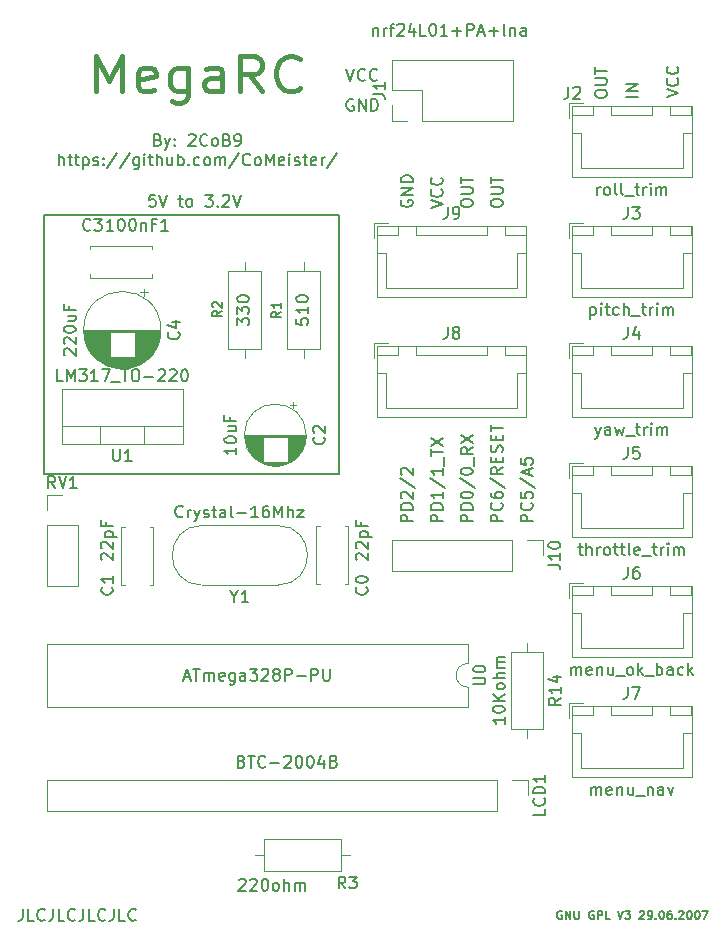
<source format=gbr>
%TF.GenerationSoftware,KiCad,Pcbnew,(5.1.6)-1*%
%TF.CreationDate,2020-12-18T18:22:10+01:00*%
%TF.ProjectId,rc-emitter_tft,72632d65-6d69-4747-9465-725f7466742e,rev?*%
%TF.SameCoordinates,Original*%
%TF.FileFunction,Legend,Top*%
%TF.FilePolarity,Positive*%
%FSLAX46Y46*%
G04 Gerber Fmt 4.6, Leading zero omitted, Abs format (unit mm)*
G04 Created by KiCad (PCBNEW (5.1.6)-1) date 2020-12-18 18:22:10*
%MOMM*%
%LPD*%
G01*
G04 APERTURE LIST*
%ADD10C,0.150000*%
%ADD11C,0.400000*%
%ADD12C,0.120000*%
G04 APERTURE END LIST*
D10*
X77930952Y-101052380D02*
X77930952Y-101766666D01*
X77883333Y-101909523D01*
X77788095Y-102004761D01*
X77645238Y-102052380D01*
X77550000Y-102052380D01*
X78883333Y-102052380D02*
X78407142Y-102052380D01*
X78407142Y-101052380D01*
X79788095Y-101957142D02*
X79740476Y-102004761D01*
X79597619Y-102052380D01*
X79502380Y-102052380D01*
X79359523Y-102004761D01*
X79264285Y-101909523D01*
X79216666Y-101814285D01*
X79169047Y-101623809D01*
X79169047Y-101480952D01*
X79216666Y-101290476D01*
X79264285Y-101195238D01*
X79359523Y-101100000D01*
X79502380Y-101052380D01*
X79597619Y-101052380D01*
X79740476Y-101100000D01*
X79788095Y-101147619D01*
X80502380Y-101052380D02*
X80502380Y-101766666D01*
X80454761Y-101909523D01*
X80359523Y-102004761D01*
X80216666Y-102052380D01*
X80121428Y-102052380D01*
X81454761Y-102052380D02*
X80978571Y-102052380D01*
X80978571Y-101052380D01*
X82359523Y-101957142D02*
X82311904Y-102004761D01*
X82169047Y-102052380D01*
X82073809Y-102052380D01*
X81930952Y-102004761D01*
X81835714Y-101909523D01*
X81788095Y-101814285D01*
X81740476Y-101623809D01*
X81740476Y-101480952D01*
X81788095Y-101290476D01*
X81835714Y-101195238D01*
X81930952Y-101100000D01*
X82073809Y-101052380D01*
X82169047Y-101052380D01*
X82311904Y-101100000D01*
X82359523Y-101147619D01*
X83073809Y-101052380D02*
X83073809Y-101766666D01*
X83026190Y-101909523D01*
X82930952Y-102004761D01*
X82788095Y-102052380D01*
X82692857Y-102052380D01*
X84026190Y-102052380D02*
X83550000Y-102052380D01*
X83550000Y-101052380D01*
X84930952Y-101957142D02*
X84883333Y-102004761D01*
X84740476Y-102052380D01*
X84645238Y-102052380D01*
X84502380Y-102004761D01*
X84407142Y-101909523D01*
X84359523Y-101814285D01*
X84311904Y-101623809D01*
X84311904Y-101480952D01*
X84359523Y-101290476D01*
X84407142Y-101195238D01*
X84502380Y-101100000D01*
X84645238Y-101052380D01*
X84740476Y-101052380D01*
X84883333Y-101100000D01*
X84930952Y-101147619D01*
X85645238Y-101052380D02*
X85645238Y-101766666D01*
X85597619Y-101909523D01*
X85502380Y-102004761D01*
X85359523Y-102052380D01*
X85264285Y-102052380D01*
X86597619Y-102052380D02*
X86121428Y-102052380D01*
X86121428Y-101052380D01*
X87502380Y-101957142D02*
X87454761Y-102004761D01*
X87311904Y-102052380D01*
X87216666Y-102052380D01*
X87073809Y-102004761D01*
X86978571Y-101909523D01*
X86930952Y-101814285D01*
X86883333Y-101623809D01*
X86883333Y-101480952D01*
X86930952Y-101290476D01*
X86978571Y-101195238D01*
X87073809Y-101100000D01*
X87216666Y-101052380D01*
X87311904Y-101052380D01*
X87454761Y-101100000D01*
X87502380Y-101147619D01*
X123573333Y-101250000D02*
X123506666Y-101216666D01*
X123406666Y-101216666D01*
X123306666Y-101250000D01*
X123240000Y-101316666D01*
X123206666Y-101383333D01*
X123173333Y-101516666D01*
X123173333Y-101616666D01*
X123206666Y-101750000D01*
X123240000Y-101816666D01*
X123306666Y-101883333D01*
X123406666Y-101916666D01*
X123473333Y-101916666D01*
X123573333Y-101883333D01*
X123606666Y-101850000D01*
X123606666Y-101616666D01*
X123473333Y-101616666D01*
X123906666Y-101916666D02*
X123906666Y-101216666D01*
X124306666Y-101916666D01*
X124306666Y-101216666D01*
X124640000Y-101216666D02*
X124640000Y-101783333D01*
X124673333Y-101850000D01*
X124706666Y-101883333D01*
X124773333Y-101916666D01*
X124906666Y-101916666D01*
X124973333Y-101883333D01*
X125006666Y-101850000D01*
X125040000Y-101783333D01*
X125040000Y-101216666D01*
X126273333Y-101250000D02*
X126206666Y-101216666D01*
X126106666Y-101216666D01*
X126006666Y-101250000D01*
X125940000Y-101316666D01*
X125906666Y-101383333D01*
X125873333Y-101516666D01*
X125873333Y-101616666D01*
X125906666Y-101750000D01*
X125940000Y-101816666D01*
X126006666Y-101883333D01*
X126106666Y-101916666D01*
X126173333Y-101916666D01*
X126273333Y-101883333D01*
X126306666Y-101850000D01*
X126306666Y-101616666D01*
X126173333Y-101616666D01*
X126606666Y-101916666D02*
X126606666Y-101216666D01*
X126873333Y-101216666D01*
X126940000Y-101250000D01*
X126973333Y-101283333D01*
X127006666Y-101350000D01*
X127006666Y-101450000D01*
X126973333Y-101516666D01*
X126940000Y-101550000D01*
X126873333Y-101583333D01*
X126606666Y-101583333D01*
X127640000Y-101916666D02*
X127306666Y-101916666D01*
X127306666Y-101216666D01*
X128306666Y-101216666D02*
X128540000Y-101916666D01*
X128773333Y-101216666D01*
X128940000Y-101216666D02*
X129373333Y-101216666D01*
X129140000Y-101483333D01*
X129240000Y-101483333D01*
X129306666Y-101516666D01*
X129340000Y-101550000D01*
X129373333Y-101616666D01*
X129373333Y-101783333D01*
X129340000Y-101850000D01*
X129306666Y-101883333D01*
X129240000Y-101916666D01*
X129040000Y-101916666D01*
X128973333Y-101883333D01*
X128940000Y-101850000D01*
X130173333Y-101283333D02*
X130206666Y-101250000D01*
X130273333Y-101216666D01*
X130440000Y-101216666D01*
X130506666Y-101250000D01*
X130540000Y-101283333D01*
X130573333Y-101350000D01*
X130573333Y-101416666D01*
X130540000Y-101516666D01*
X130140000Y-101916666D01*
X130573333Y-101916666D01*
X130906666Y-101916666D02*
X131040000Y-101916666D01*
X131106666Y-101883333D01*
X131140000Y-101850000D01*
X131206666Y-101750000D01*
X131240000Y-101616666D01*
X131240000Y-101350000D01*
X131206666Y-101283333D01*
X131173333Y-101250000D01*
X131106666Y-101216666D01*
X130973333Y-101216666D01*
X130906666Y-101250000D01*
X130873333Y-101283333D01*
X130840000Y-101350000D01*
X130840000Y-101516666D01*
X130873333Y-101583333D01*
X130906666Y-101616666D01*
X130973333Y-101650000D01*
X131106666Y-101650000D01*
X131173333Y-101616666D01*
X131206666Y-101583333D01*
X131240000Y-101516666D01*
X131540000Y-101850000D02*
X131573333Y-101883333D01*
X131540000Y-101916666D01*
X131506666Y-101883333D01*
X131540000Y-101850000D01*
X131540000Y-101916666D01*
X132006666Y-101216666D02*
X132073333Y-101216666D01*
X132140000Y-101250000D01*
X132173333Y-101283333D01*
X132206666Y-101350000D01*
X132240000Y-101483333D01*
X132240000Y-101650000D01*
X132206666Y-101783333D01*
X132173333Y-101850000D01*
X132140000Y-101883333D01*
X132073333Y-101916666D01*
X132006666Y-101916666D01*
X131940000Y-101883333D01*
X131906666Y-101850000D01*
X131873333Y-101783333D01*
X131840000Y-101650000D01*
X131840000Y-101483333D01*
X131873333Y-101350000D01*
X131906666Y-101283333D01*
X131940000Y-101250000D01*
X132006666Y-101216666D01*
X132840000Y-101216666D02*
X132706666Y-101216666D01*
X132640000Y-101250000D01*
X132606666Y-101283333D01*
X132540000Y-101383333D01*
X132506666Y-101516666D01*
X132506666Y-101783333D01*
X132540000Y-101850000D01*
X132573333Y-101883333D01*
X132640000Y-101916666D01*
X132773333Y-101916666D01*
X132840000Y-101883333D01*
X132873333Y-101850000D01*
X132906666Y-101783333D01*
X132906666Y-101616666D01*
X132873333Y-101550000D01*
X132840000Y-101516666D01*
X132773333Y-101483333D01*
X132640000Y-101483333D01*
X132573333Y-101516666D01*
X132540000Y-101550000D01*
X132506666Y-101616666D01*
X133206666Y-101850000D02*
X133240000Y-101883333D01*
X133206666Y-101916666D01*
X133173333Y-101883333D01*
X133206666Y-101850000D01*
X133206666Y-101916666D01*
X133506666Y-101283333D02*
X133540000Y-101250000D01*
X133606666Y-101216666D01*
X133773333Y-101216666D01*
X133840000Y-101250000D01*
X133873333Y-101283333D01*
X133906666Y-101350000D01*
X133906666Y-101416666D01*
X133873333Y-101516666D01*
X133473333Y-101916666D01*
X133906666Y-101916666D01*
X134340000Y-101216666D02*
X134406666Y-101216666D01*
X134473333Y-101250000D01*
X134506666Y-101283333D01*
X134540000Y-101350000D01*
X134573333Y-101483333D01*
X134573333Y-101650000D01*
X134540000Y-101783333D01*
X134506666Y-101850000D01*
X134473333Y-101883333D01*
X134406666Y-101916666D01*
X134340000Y-101916666D01*
X134273333Y-101883333D01*
X134240000Y-101850000D01*
X134206666Y-101783333D01*
X134173333Y-101650000D01*
X134173333Y-101483333D01*
X134206666Y-101350000D01*
X134240000Y-101283333D01*
X134273333Y-101250000D01*
X134340000Y-101216666D01*
X135006666Y-101216666D02*
X135073333Y-101216666D01*
X135140000Y-101250000D01*
X135173333Y-101283333D01*
X135206666Y-101350000D01*
X135240000Y-101483333D01*
X135240000Y-101650000D01*
X135206666Y-101783333D01*
X135173333Y-101850000D01*
X135140000Y-101883333D01*
X135073333Y-101916666D01*
X135006666Y-101916666D01*
X134940000Y-101883333D01*
X134906666Y-101850000D01*
X134873333Y-101783333D01*
X134840000Y-101650000D01*
X134840000Y-101483333D01*
X134873333Y-101350000D01*
X134906666Y-101283333D01*
X134940000Y-101250000D01*
X135006666Y-101216666D01*
X135473333Y-101216666D02*
X135940000Y-101216666D01*
X135640000Y-101916666D01*
X117562380Y-41383928D02*
X117562380Y-41193452D01*
X117610000Y-41098214D01*
X117705238Y-41002976D01*
X117895714Y-40955357D01*
X118229047Y-40955357D01*
X118419523Y-41002976D01*
X118514761Y-41098214D01*
X118562380Y-41193452D01*
X118562380Y-41383928D01*
X118514761Y-41479166D01*
X118419523Y-41574404D01*
X118229047Y-41622023D01*
X117895714Y-41622023D01*
X117705238Y-41574404D01*
X117610000Y-41479166D01*
X117562380Y-41383928D01*
X117562380Y-40526785D02*
X118371904Y-40526785D01*
X118467142Y-40479166D01*
X118514761Y-40431547D01*
X118562380Y-40336309D01*
X118562380Y-40145833D01*
X118514761Y-40050595D01*
X118467142Y-40002976D01*
X118371904Y-39955357D01*
X117562380Y-39955357D01*
X117562380Y-39622023D02*
X117562380Y-39050595D01*
X118562380Y-39336309D02*
X117562380Y-39336309D01*
X115022380Y-41383928D02*
X115022380Y-41193452D01*
X115070000Y-41098214D01*
X115165238Y-41002976D01*
X115355714Y-40955357D01*
X115689047Y-40955357D01*
X115879523Y-41002976D01*
X115974761Y-41098214D01*
X116022380Y-41193452D01*
X116022380Y-41383928D01*
X115974761Y-41479166D01*
X115879523Y-41574404D01*
X115689047Y-41622023D01*
X115355714Y-41622023D01*
X115165238Y-41574404D01*
X115070000Y-41479166D01*
X115022380Y-41383928D01*
X115022380Y-40526785D02*
X115831904Y-40526785D01*
X115927142Y-40479166D01*
X115974761Y-40431547D01*
X116022380Y-40336309D01*
X116022380Y-40145833D01*
X115974761Y-40050595D01*
X115927142Y-40002976D01*
X115831904Y-39955357D01*
X115022380Y-39955357D01*
X115022380Y-39622023D02*
X115022380Y-39050595D01*
X116022380Y-39336309D02*
X115022380Y-39336309D01*
X112482380Y-41717261D02*
X113482380Y-41383928D01*
X112482380Y-41050595D01*
X113387142Y-40145833D02*
X113434761Y-40193452D01*
X113482380Y-40336309D01*
X113482380Y-40431547D01*
X113434761Y-40574404D01*
X113339523Y-40669642D01*
X113244285Y-40717261D01*
X113053809Y-40764880D01*
X112910952Y-40764880D01*
X112720476Y-40717261D01*
X112625238Y-40669642D01*
X112530000Y-40574404D01*
X112482380Y-40431547D01*
X112482380Y-40336309D01*
X112530000Y-40193452D01*
X112577619Y-40145833D01*
X113387142Y-39145833D02*
X113434761Y-39193452D01*
X113482380Y-39336309D01*
X113482380Y-39431547D01*
X113434761Y-39574404D01*
X113339523Y-39669642D01*
X113244285Y-39717261D01*
X113053809Y-39764880D01*
X112910952Y-39764880D01*
X112720476Y-39717261D01*
X112625238Y-39669642D01*
X112530000Y-39574404D01*
X112482380Y-39431547D01*
X112482380Y-39336309D01*
X112530000Y-39193452D01*
X112577619Y-39145833D01*
X109990000Y-41050595D02*
X109942380Y-41145833D01*
X109942380Y-41288690D01*
X109990000Y-41431547D01*
X110085238Y-41526785D01*
X110180476Y-41574404D01*
X110370952Y-41622023D01*
X110513809Y-41622023D01*
X110704285Y-41574404D01*
X110799523Y-41526785D01*
X110894761Y-41431547D01*
X110942380Y-41288690D01*
X110942380Y-41193452D01*
X110894761Y-41050595D01*
X110847142Y-41002976D01*
X110513809Y-41002976D01*
X110513809Y-41193452D01*
X110942380Y-40574404D02*
X109942380Y-40574404D01*
X110942380Y-40002976D01*
X109942380Y-40002976D01*
X110942380Y-39526785D02*
X109942380Y-39526785D01*
X109942380Y-39288690D01*
X109990000Y-39145833D01*
X110085238Y-39050595D01*
X110180476Y-39002976D01*
X110370952Y-38955357D01*
X110513809Y-38955357D01*
X110704285Y-39002976D01*
X110799523Y-39050595D01*
X110894761Y-39145833D01*
X110942380Y-39288690D01*
X110942380Y-39526785D01*
X105346666Y-29932380D02*
X105680000Y-30932380D01*
X106013333Y-29932380D01*
X106918095Y-30837142D02*
X106870476Y-30884761D01*
X106727619Y-30932380D01*
X106632380Y-30932380D01*
X106489523Y-30884761D01*
X106394285Y-30789523D01*
X106346666Y-30694285D01*
X106299047Y-30503809D01*
X106299047Y-30360952D01*
X106346666Y-30170476D01*
X106394285Y-30075238D01*
X106489523Y-29980000D01*
X106632380Y-29932380D01*
X106727619Y-29932380D01*
X106870476Y-29980000D01*
X106918095Y-30027619D01*
X107918095Y-30837142D02*
X107870476Y-30884761D01*
X107727619Y-30932380D01*
X107632380Y-30932380D01*
X107489523Y-30884761D01*
X107394285Y-30789523D01*
X107346666Y-30694285D01*
X107299047Y-30503809D01*
X107299047Y-30360952D01*
X107346666Y-30170476D01*
X107394285Y-30075238D01*
X107489523Y-29980000D01*
X107632380Y-29932380D01*
X107727619Y-29932380D01*
X107870476Y-29980000D01*
X107918095Y-30027619D01*
X105918095Y-32520000D02*
X105822857Y-32472380D01*
X105680000Y-32472380D01*
X105537142Y-32520000D01*
X105441904Y-32615238D01*
X105394285Y-32710476D01*
X105346666Y-32900952D01*
X105346666Y-33043809D01*
X105394285Y-33234285D01*
X105441904Y-33329523D01*
X105537142Y-33424761D01*
X105680000Y-33472380D01*
X105775238Y-33472380D01*
X105918095Y-33424761D01*
X105965714Y-33377142D01*
X105965714Y-33043809D01*
X105775238Y-33043809D01*
X106394285Y-33472380D02*
X106394285Y-32472380D01*
X106965714Y-33472380D01*
X106965714Y-32472380D01*
X107441904Y-33472380D02*
X107441904Y-32472380D01*
X107680000Y-32472380D01*
X107822857Y-32520000D01*
X107918095Y-32615238D01*
X107965714Y-32710476D01*
X108013333Y-32900952D01*
X108013333Y-33043809D01*
X107965714Y-33234285D01*
X107918095Y-33329523D01*
X107822857Y-33424761D01*
X107680000Y-33472380D01*
X107441904Y-33472380D01*
X126401580Y-32138328D02*
X126401580Y-31947852D01*
X126449200Y-31852614D01*
X126544438Y-31757376D01*
X126734914Y-31709757D01*
X127068247Y-31709757D01*
X127258723Y-31757376D01*
X127353961Y-31852614D01*
X127401580Y-31947852D01*
X127401580Y-32138328D01*
X127353961Y-32233566D01*
X127258723Y-32328804D01*
X127068247Y-32376423D01*
X126734914Y-32376423D01*
X126544438Y-32328804D01*
X126449200Y-32233566D01*
X126401580Y-32138328D01*
X126401580Y-31281185D02*
X127211104Y-31281185D01*
X127306342Y-31233566D01*
X127353961Y-31185947D01*
X127401580Y-31090709D01*
X127401580Y-30900233D01*
X127353961Y-30804995D01*
X127306342Y-30757376D01*
X127211104Y-30709757D01*
X126401580Y-30709757D01*
X126401580Y-30376423D02*
X126401580Y-29804995D01*
X127401580Y-30090709D02*
X126401580Y-30090709D01*
X129992380Y-32278004D02*
X128992380Y-32278004D01*
X129992380Y-31801814D02*
X128992380Y-31801814D01*
X129992380Y-31230385D01*
X128992380Y-31230385D01*
X132446780Y-32319261D02*
X133446780Y-31985928D01*
X132446780Y-31652595D01*
X133351542Y-30747833D02*
X133399161Y-30795452D01*
X133446780Y-30938309D01*
X133446780Y-31033547D01*
X133399161Y-31176404D01*
X133303923Y-31271642D01*
X133208685Y-31319261D01*
X133018209Y-31366880D01*
X132875352Y-31366880D01*
X132684876Y-31319261D01*
X132589638Y-31271642D01*
X132494400Y-31176404D01*
X132446780Y-31033547D01*
X132446780Y-30938309D01*
X132494400Y-30795452D01*
X132542019Y-30747833D01*
X133351542Y-29747833D02*
X133399161Y-29795452D01*
X133446780Y-29938309D01*
X133446780Y-30033547D01*
X133399161Y-30176404D01*
X133303923Y-30271642D01*
X133208685Y-30319261D01*
X133018209Y-30366880D01*
X132875352Y-30366880D01*
X132684876Y-30319261D01*
X132589638Y-30271642D01*
X132494400Y-30176404D01*
X132446780Y-30033547D01*
X132446780Y-29938309D01*
X132494400Y-29795452D01*
X132542019Y-29747833D01*
D11*
X84176666Y-31837142D02*
X84176666Y-28837142D01*
X85243333Y-30980000D01*
X86310000Y-28837142D01*
X86310000Y-31837142D01*
X89052857Y-31694285D02*
X88748095Y-31837142D01*
X88138571Y-31837142D01*
X87833809Y-31694285D01*
X87681428Y-31408571D01*
X87681428Y-30265714D01*
X87833809Y-29980000D01*
X88138571Y-29837142D01*
X88748095Y-29837142D01*
X89052857Y-29980000D01*
X89205238Y-30265714D01*
X89205238Y-30551428D01*
X87681428Y-30837142D01*
X91948095Y-29837142D02*
X91948095Y-32265714D01*
X91795714Y-32551428D01*
X91643333Y-32694285D01*
X91338571Y-32837142D01*
X90881428Y-32837142D01*
X90576666Y-32694285D01*
X91948095Y-31694285D02*
X91643333Y-31837142D01*
X91033809Y-31837142D01*
X90729047Y-31694285D01*
X90576666Y-31551428D01*
X90424285Y-31265714D01*
X90424285Y-30408571D01*
X90576666Y-30122857D01*
X90729047Y-29980000D01*
X91033809Y-29837142D01*
X91643333Y-29837142D01*
X91948095Y-29980000D01*
X94843333Y-31837142D02*
X94843333Y-30265714D01*
X94690952Y-29980000D01*
X94386190Y-29837142D01*
X93776666Y-29837142D01*
X93471904Y-29980000D01*
X94843333Y-31694285D02*
X94538571Y-31837142D01*
X93776666Y-31837142D01*
X93471904Y-31694285D01*
X93319523Y-31408571D01*
X93319523Y-31122857D01*
X93471904Y-30837142D01*
X93776666Y-30694285D01*
X94538571Y-30694285D01*
X94843333Y-30551428D01*
X98195714Y-31837142D02*
X97129047Y-30408571D01*
X96367142Y-31837142D02*
X96367142Y-28837142D01*
X97586190Y-28837142D01*
X97890952Y-28980000D01*
X98043333Y-29122857D01*
X98195714Y-29408571D01*
X98195714Y-29837142D01*
X98043333Y-30122857D01*
X97890952Y-30265714D01*
X97586190Y-30408571D01*
X96367142Y-30408571D01*
X101395714Y-31551428D02*
X101243333Y-31694285D01*
X100786190Y-31837142D01*
X100481428Y-31837142D01*
X100024285Y-31694285D01*
X99719523Y-31408571D01*
X99567142Y-31122857D01*
X99414761Y-30551428D01*
X99414761Y-30122857D01*
X99567142Y-29551428D01*
X99719523Y-29265714D01*
X100024285Y-28980000D01*
X100481428Y-28837142D01*
X100786190Y-28837142D01*
X101243333Y-28980000D01*
X101395714Y-29122857D01*
D10*
X89376666Y-35933571D02*
X89519523Y-35981190D01*
X89567142Y-36028809D01*
X89614761Y-36124047D01*
X89614761Y-36266904D01*
X89567142Y-36362142D01*
X89519523Y-36409761D01*
X89424285Y-36457380D01*
X89043333Y-36457380D01*
X89043333Y-35457380D01*
X89376666Y-35457380D01*
X89471904Y-35505000D01*
X89519523Y-35552619D01*
X89567142Y-35647857D01*
X89567142Y-35743095D01*
X89519523Y-35838333D01*
X89471904Y-35885952D01*
X89376666Y-35933571D01*
X89043333Y-35933571D01*
X89948095Y-35790714D02*
X90186190Y-36457380D01*
X90424285Y-35790714D02*
X90186190Y-36457380D01*
X90090952Y-36695476D01*
X90043333Y-36743095D01*
X89948095Y-36790714D01*
X90805238Y-36362142D02*
X90852857Y-36409761D01*
X90805238Y-36457380D01*
X90757619Y-36409761D01*
X90805238Y-36362142D01*
X90805238Y-36457380D01*
X90805238Y-35838333D02*
X90852857Y-35885952D01*
X90805238Y-35933571D01*
X90757619Y-35885952D01*
X90805238Y-35838333D01*
X90805238Y-35933571D01*
X91995714Y-35552619D02*
X92043333Y-35505000D01*
X92138571Y-35457380D01*
X92376666Y-35457380D01*
X92471904Y-35505000D01*
X92519523Y-35552619D01*
X92567142Y-35647857D01*
X92567142Y-35743095D01*
X92519523Y-35885952D01*
X91948095Y-36457380D01*
X92567142Y-36457380D01*
X93567142Y-36362142D02*
X93519523Y-36409761D01*
X93376666Y-36457380D01*
X93281428Y-36457380D01*
X93138571Y-36409761D01*
X93043333Y-36314523D01*
X92995714Y-36219285D01*
X92948095Y-36028809D01*
X92948095Y-35885952D01*
X92995714Y-35695476D01*
X93043333Y-35600238D01*
X93138571Y-35505000D01*
X93281428Y-35457380D01*
X93376666Y-35457380D01*
X93519523Y-35505000D01*
X93567142Y-35552619D01*
X94138571Y-36457380D02*
X94043333Y-36409761D01*
X93995714Y-36362142D01*
X93948095Y-36266904D01*
X93948095Y-35981190D01*
X93995714Y-35885952D01*
X94043333Y-35838333D01*
X94138571Y-35790714D01*
X94281428Y-35790714D01*
X94376666Y-35838333D01*
X94424285Y-35885952D01*
X94471904Y-35981190D01*
X94471904Y-36266904D01*
X94424285Y-36362142D01*
X94376666Y-36409761D01*
X94281428Y-36457380D01*
X94138571Y-36457380D01*
X95233809Y-35933571D02*
X95376666Y-35981190D01*
X95424285Y-36028809D01*
X95471904Y-36124047D01*
X95471904Y-36266904D01*
X95424285Y-36362142D01*
X95376666Y-36409761D01*
X95281428Y-36457380D01*
X94900476Y-36457380D01*
X94900476Y-35457380D01*
X95233809Y-35457380D01*
X95329047Y-35505000D01*
X95376666Y-35552619D01*
X95424285Y-35647857D01*
X95424285Y-35743095D01*
X95376666Y-35838333D01*
X95329047Y-35885952D01*
X95233809Y-35933571D01*
X94900476Y-35933571D01*
X95948095Y-36457380D02*
X96138571Y-36457380D01*
X96233809Y-36409761D01*
X96281428Y-36362142D01*
X96376666Y-36219285D01*
X96424285Y-36028809D01*
X96424285Y-35647857D01*
X96376666Y-35552619D01*
X96329047Y-35505000D01*
X96233809Y-35457380D01*
X96043333Y-35457380D01*
X95948095Y-35505000D01*
X95900476Y-35552619D01*
X95852857Y-35647857D01*
X95852857Y-35885952D01*
X95900476Y-35981190D01*
X95948095Y-36028809D01*
X96043333Y-36076428D01*
X96233809Y-36076428D01*
X96329047Y-36028809D01*
X96376666Y-35981190D01*
X96424285Y-35885952D01*
X80995714Y-38107380D02*
X80995714Y-37107380D01*
X81424285Y-38107380D02*
X81424285Y-37583571D01*
X81376666Y-37488333D01*
X81281428Y-37440714D01*
X81138571Y-37440714D01*
X81043333Y-37488333D01*
X80995714Y-37535952D01*
X81757619Y-37440714D02*
X82138571Y-37440714D01*
X81900476Y-37107380D02*
X81900476Y-37964523D01*
X81948095Y-38059761D01*
X82043333Y-38107380D01*
X82138571Y-38107380D01*
X82329047Y-37440714D02*
X82710000Y-37440714D01*
X82471904Y-37107380D02*
X82471904Y-37964523D01*
X82519523Y-38059761D01*
X82614761Y-38107380D01*
X82710000Y-38107380D01*
X83043333Y-37440714D02*
X83043333Y-38440714D01*
X83043333Y-37488333D02*
X83138571Y-37440714D01*
X83329047Y-37440714D01*
X83424285Y-37488333D01*
X83471904Y-37535952D01*
X83519523Y-37631190D01*
X83519523Y-37916904D01*
X83471904Y-38012142D01*
X83424285Y-38059761D01*
X83329047Y-38107380D01*
X83138571Y-38107380D01*
X83043333Y-38059761D01*
X83900476Y-38059761D02*
X83995714Y-38107380D01*
X84186190Y-38107380D01*
X84281428Y-38059761D01*
X84329047Y-37964523D01*
X84329047Y-37916904D01*
X84281428Y-37821666D01*
X84186190Y-37774047D01*
X84043333Y-37774047D01*
X83948095Y-37726428D01*
X83900476Y-37631190D01*
X83900476Y-37583571D01*
X83948095Y-37488333D01*
X84043333Y-37440714D01*
X84186190Y-37440714D01*
X84281428Y-37488333D01*
X84757619Y-38012142D02*
X84805238Y-38059761D01*
X84757619Y-38107380D01*
X84710000Y-38059761D01*
X84757619Y-38012142D01*
X84757619Y-38107380D01*
X84757619Y-37488333D02*
X84805238Y-37535952D01*
X84757619Y-37583571D01*
X84710000Y-37535952D01*
X84757619Y-37488333D01*
X84757619Y-37583571D01*
X85948095Y-37059761D02*
X85090952Y-38345476D01*
X86995714Y-37059761D02*
X86138571Y-38345476D01*
X87757619Y-37440714D02*
X87757619Y-38250238D01*
X87710000Y-38345476D01*
X87662380Y-38393095D01*
X87567142Y-38440714D01*
X87424285Y-38440714D01*
X87329047Y-38393095D01*
X87757619Y-38059761D02*
X87662380Y-38107380D01*
X87471904Y-38107380D01*
X87376666Y-38059761D01*
X87329047Y-38012142D01*
X87281428Y-37916904D01*
X87281428Y-37631190D01*
X87329047Y-37535952D01*
X87376666Y-37488333D01*
X87471904Y-37440714D01*
X87662380Y-37440714D01*
X87757619Y-37488333D01*
X88233809Y-38107380D02*
X88233809Y-37440714D01*
X88233809Y-37107380D02*
X88186190Y-37155000D01*
X88233809Y-37202619D01*
X88281428Y-37155000D01*
X88233809Y-37107380D01*
X88233809Y-37202619D01*
X88567142Y-37440714D02*
X88948095Y-37440714D01*
X88710000Y-37107380D02*
X88710000Y-37964523D01*
X88757619Y-38059761D01*
X88852857Y-38107380D01*
X88948095Y-38107380D01*
X89281428Y-38107380D02*
X89281428Y-37107380D01*
X89710000Y-38107380D02*
X89710000Y-37583571D01*
X89662380Y-37488333D01*
X89567142Y-37440714D01*
X89424285Y-37440714D01*
X89329047Y-37488333D01*
X89281428Y-37535952D01*
X90614761Y-37440714D02*
X90614761Y-38107380D01*
X90186190Y-37440714D02*
X90186190Y-37964523D01*
X90233809Y-38059761D01*
X90329047Y-38107380D01*
X90471904Y-38107380D01*
X90567142Y-38059761D01*
X90614761Y-38012142D01*
X91090952Y-38107380D02*
X91090952Y-37107380D01*
X91090952Y-37488333D02*
X91186190Y-37440714D01*
X91376666Y-37440714D01*
X91471904Y-37488333D01*
X91519523Y-37535952D01*
X91567142Y-37631190D01*
X91567142Y-37916904D01*
X91519523Y-38012142D01*
X91471904Y-38059761D01*
X91376666Y-38107380D01*
X91186190Y-38107380D01*
X91090952Y-38059761D01*
X91995714Y-38012142D02*
X92043333Y-38059761D01*
X91995714Y-38107380D01*
X91948095Y-38059761D01*
X91995714Y-38012142D01*
X91995714Y-38107380D01*
X92900476Y-38059761D02*
X92805238Y-38107380D01*
X92614761Y-38107380D01*
X92519523Y-38059761D01*
X92471904Y-38012142D01*
X92424285Y-37916904D01*
X92424285Y-37631190D01*
X92471904Y-37535952D01*
X92519523Y-37488333D01*
X92614761Y-37440714D01*
X92805238Y-37440714D01*
X92900476Y-37488333D01*
X93471904Y-38107380D02*
X93376666Y-38059761D01*
X93329047Y-38012142D01*
X93281428Y-37916904D01*
X93281428Y-37631190D01*
X93329047Y-37535952D01*
X93376666Y-37488333D01*
X93471904Y-37440714D01*
X93614761Y-37440714D01*
X93710000Y-37488333D01*
X93757619Y-37535952D01*
X93805238Y-37631190D01*
X93805238Y-37916904D01*
X93757619Y-38012142D01*
X93710000Y-38059761D01*
X93614761Y-38107380D01*
X93471904Y-38107380D01*
X94233809Y-38107380D02*
X94233809Y-37440714D01*
X94233809Y-37535952D02*
X94281428Y-37488333D01*
X94376666Y-37440714D01*
X94519523Y-37440714D01*
X94614761Y-37488333D01*
X94662380Y-37583571D01*
X94662380Y-38107380D01*
X94662380Y-37583571D02*
X94710000Y-37488333D01*
X94805238Y-37440714D01*
X94948095Y-37440714D01*
X95043333Y-37488333D01*
X95090952Y-37583571D01*
X95090952Y-38107380D01*
X96281428Y-37059761D02*
X95424285Y-38345476D01*
X97186190Y-38012142D02*
X97138571Y-38059761D01*
X96995714Y-38107380D01*
X96900476Y-38107380D01*
X96757619Y-38059761D01*
X96662380Y-37964523D01*
X96614761Y-37869285D01*
X96567142Y-37678809D01*
X96567142Y-37535952D01*
X96614761Y-37345476D01*
X96662380Y-37250238D01*
X96757619Y-37155000D01*
X96900476Y-37107380D01*
X96995714Y-37107380D01*
X97138571Y-37155000D01*
X97186190Y-37202619D01*
X97757619Y-38107380D02*
X97662380Y-38059761D01*
X97614761Y-38012142D01*
X97567142Y-37916904D01*
X97567142Y-37631190D01*
X97614761Y-37535952D01*
X97662380Y-37488333D01*
X97757619Y-37440714D01*
X97900476Y-37440714D01*
X97995714Y-37488333D01*
X98043333Y-37535952D01*
X98090952Y-37631190D01*
X98090952Y-37916904D01*
X98043333Y-38012142D01*
X97995714Y-38059761D01*
X97900476Y-38107380D01*
X97757619Y-38107380D01*
X98519523Y-38107380D02*
X98519523Y-37107380D01*
X98852857Y-37821666D01*
X99186190Y-37107380D01*
X99186190Y-38107380D01*
X100043333Y-38059761D02*
X99948095Y-38107380D01*
X99757619Y-38107380D01*
X99662380Y-38059761D01*
X99614761Y-37964523D01*
X99614761Y-37583571D01*
X99662380Y-37488333D01*
X99757619Y-37440714D01*
X99948095Y-37440714D01*
X100043333Y-37488333D01*
X100090952Y-37583571D01*
X100090952Y-37678809D01*
X99614761Y-37774047D01*
X100519523Y-38107380D02*
X100519523Y-37440714D01*
X100519523Y-37107380D02*
X100471904Y-37155000D01*
X100519523Y-37202619D01*
X100567142Y-37155000D01*
X100519523Y-37107380D01*
X100519523Y-37202619D01*
X100948095Y-38059761D02*
X101043333Y-38107380D01*
X101233809Y-38107380D01*
X101329047Y-38059761D01*
X101376666Y-37964523D01*
X101376666Y-37916904D01*
X101329047Y-37821666D01*
X101233809Y-37774047D01*
X101090952Y-37774047D01*
X100995714Y-37726428D01*
X100948095Y-37631190D01*
X100948095Y-37583571D01*
X100995714Y-37488333D01*
X101090952Y-37440714D01*
X101233809Y-37440714D01*
X101329047Y-37488333D01*
X101662380Y-37440714D02*
X102043333Y-37440714D01*
X101805238Y-37107380D02*
X101805238Y-37964523D01*
X101852857Y-38059761D01*
X101948095Y-38107380D01*
X102043333Y-38107380D01*
X102757619Y-38059761D02*
X102662380Y-38107380D01*
X102471904Y-38107380D01*
X102376666Y-38059761D01*
X102329047Y-37964523D01*
X102329047Y-37583571D01*
X102376666Y-37488333D01*
X102471904Y-37440714D01*
X102662380Y-37440714D01*
X102757619Y-37488333D01*
X102805238Y-37583571D01*
X102805238Y-37678809D01*
X102329047Y-37774047D01*
X103233809Y-38107380D02*
X103233809Y-37440714D01*
X103233809Y-37631190D02*
X103281428Y-37535952D01*
X103329047Y-37488333D01*
X103424285Y-37440714D01*
X103519523Y-37440714D01*
X104567142Y-37059761D02*
X103710000Y-38345476D01*
X121102380Y-68244404D02*
X120102380Y-68244404D01*
X120102380Y-67863452D01*
X120150000Y-67768214D01*
X120197619Y-67720595D01*
X120292857Y-67672976D01*
X120435714Y-67672976D01*
X120530952Y-67720595D01*
X120578571Y-67768214D01*
X120626190Y-67863452D01*
X120626190Y-68244404D01*
X121007142Y-66672976D02*
X121054761Y-66720595D01*
X121102380Y-66863452D01*
X121102380Y-66958690D01*
X121054761Y-67101547D01*
X120959523Y-67196785D01*
X120864285Y-67244404D01*
X120673809Y-67292023D01*
X120530952Y-67292023D01*
X120340476Y-67244404D01*
X120245238Y-67196785D01*
X120150000Y-67101547D01*
X120102380Y-66958690D01*
X120102380Y-66863452D01*
X120150000Y-66720595D01*
X120197619Y-66672976D01*
X120102380Y-65768214D02*
X120102380Y-66244404D01*
X120578571Y-66292023D01*
X120530952Y-66244404D01*
X120483333Y-66149166D01*
X120483333Y-65911071D01*
X120530952Y-65815833D01*
X120578571Y-65768214D01*
X120673809Y-65720595D01*
X120911904Y-65720595D01*
X121007142Y-65768214D01*
X121054761Y-65815833D01*
X121102380Y-65911071D01*
X121102380Y-66149166D01*
X121054761Y-66244404D01*
X121007142Y-66292023D01*
X120054761Y-64577738D02*
X121340476Y-65434880D01*
X120816666Y-64292023D02*
X120816666Y-63815833D01*
X121102380Y-64387261D02*
X120102380Y-64053928D01*
X121102380Y-63720595D01*
X120102380Y-62911071D02*
X120102380Y-63387261D01*
X120578571Y-63434880D01*
X120530952Y-63387261D01*
X120483333Y-63292023D01*
X120483333Y-63053928D01*
X120530952Y-62958690D01*
X120578571Y-62911071D01*
X120673809Y-62863452D01*
X120911904Y-62863452D01*
X121007142Y-62911071D01*
X121054761Y-62958690D01*
X121102380Y-63053928D01*
X121102380Y-63292023D01*
X121054761Y-63387261D01*
X121007142Y-63434880D01*
X118562380Y-68244404D02*
X117562380Y-68244404D01*
X117562380Y-67863452D01*
X117610000Y-67768214D01*
X117657619Y-67720595D01*
X117752857Y-67672976D01*
X117895714Y-67672976D01*
X117990952Y-67720595D01*
X118038571Y-67768214D01*
X118086190Y-67863452D01*
X118086190Y-68244404D01*
X118467142Y-66672976D02*
X118514761Y-66720595D01*
X118562380Y-66863452D01*
X118562380Y-66958690D01*
X118514761Y-67101547D01*
X118419523Y-67196785D01*
X118324285Y-67244404D01*
X118133809Y-67292023D01*
X117990952Y-67292023D01*
X117800476Y-67244404D01*
X117705238Y-67196785D01*
X117610000Y-67101547D01*
X117562380Y-66958690D01*
X117562380Y-66863452D01*
X117610000Y-66720595D01*
X117657619Y-66672976D01*
X117562380Y-65815833D02*
X117562380Y-66006309D01*
X117610000Y-66101547D01*
X117657619Y-66149166D01*
X117800476Y-66244404D01*
X117990952Y-66292023D01*
X118371904Y-66292023D01*
X118467142Y-66244404D01*
X118514761Y-66196785D01*
X118562380Y-66101547D01*
X118562380Y-65911071D01*
X118514761Y-65815833D01*
X118467142Y-65768214D01*
X118371904Y-65720595D01*
X118133809Y-65720595D01*
X118038571Y-65768214D01*
X117990952Y-65815833D01*
X117943333Y-65911071D01*
X117943333Y-66101547D01*
X117990952Y-66196785D01*
X118038571Y-66244404D01*
X118133809Y-66292023D01*
X117514761Y-64577738D02*
X118800476Y-65434880D01*
X118562380Y-63672976D02*
X118086190Y-64006309D01*
X118562380Y-64244404D02*
X117562380Y-64244404D01*
X117562380Y-63863452D01*
X117610000Y-63768214D01*
X117657619Y-63720595D01*
X117752857Y-63672976D01*
X117895714Y-63672976D01*
X117990952Y-63720595D01*
X118038571Y-63768214D01*
X118086190Y-63863452D01*
X118086190Y-64244404D01*
X118038571Y-63244404D02*
X118038571Y-62911071D01*
X118562380Y-62768214D02*
X118562380Y-63244404D01*
X117562380Y-63244404D01*
X117562380Y-62768214D01*
X118514761Y-62387261D02*
X118562380Y-62244404D01*
X118562380Y-62006309D01*
X118514761Y-61911071D01*
X118467142Y-61863452D01*
X118371904Y-61815833D01*
X118276666Y-61815833D01*
X118181428Y-61863452D01*
X118133809Y-61911071D01*
X118086190Y-62006309D01*
X118038571Y-62196785D01*
X117990952Y-62292023D01*
X117943333Y-62339642D01*
X117848095Y-62387261D01*
X117752857Y-62387261D01*
X117657619Y-62339642D01*
X117610000Y-62292023D01*
X117562380Y-62196785D01*
X117562380Y-61958690D01*
X117610000Y-61815833D01*
X118038571Y-61387261D02*
X118038571Y-61053928D01*
X118562380Y-60911071D02*
X118562380Y-61387261D01*
X117562380Y-61387261D01*
X117562380Y-60911071D01*
X117562380Y-60625357D02*
X117562380Y-60053928D01*
X118562380Y-60339642D02*
X117562380Y-60339642D01*
X116022380Y-68244404D02*
X115022380Y-68244404D01*
X115022380Y-67863452D01*
X115070000Y-67768214D01*
X115117619Y-67720595D01*
X115212857Y-67672976D01*
X115355714Y-67672976D01*
X115450952Y-67720595D01*
X115498571Y-67768214D01*
X115546190Y-67863452D01*
X115546190Y-68244404D01*
X116022380Y-67244404D02*
X115022380Y-67244404D01*
X115022380Y-67006309D01*
X115070000Y-66863452D01*
X115165238Y-66768214D01*
X115260476Y-66720595D01*
X115450952Y-66672976D01*
X115593809Y-66672976D01*
X115784285Y-66720595D01*
X115879523Y-66768214D01*
X115974761Y-66863452D01*
X116022380Y-67006309D01*
X116022380Y-67244404D01*
X115022380Y-66053928D02*
X115022380Y-65958690D01*
X115070000Y-65863452D01*
X115117619Y-65815833D01*
X115212857Y-65768214D01*
X115403333Y-65720595D01*
X115641428Y-65720595D01*
X115831904Y-65768214D01*
X115927142Y-65815833D01*
X115974761Y-65863452D01*
X116022380Y-65958690D01*
X116022380Y-66053928D01*
X115974761Y-66149166D01*
X115927142Y-66196785D01*
X115831904Y-66244404D01*
X115641428Y-66292023D01*
X115403333Y-66292023D01*
X115212857Y-66244404D01*
X115117619Y-66196785D01*
X115070000Y-66149166D01*
X115022380Y-66053928D01*
X114974761Y-64577738D02*
X116260476Y-65434880D01*
X115022380Y-64053928D02*
X115022380Y-63958690D01*
X115070000Y-63863452D01*
X115117619Y-63815833D01*
X115212857Y-63768214D01*
X115403333Y-63720595D01*
X115641428Y-63720595D01*
X115831904Y-63768214D01*
X115927142Y-63815833D01*
X115974761Y-63863452D01*
X116022380Y-63958690D01*
X116022380Y-64053928D01*
X115974761Y-64149166D01*
X115927142Y-64196785D01*
X115831904Y-64244404D01*
X115641428Y-64292023D01*
X115403333Y-64292023D01*
X115212857Y-64244404D01*
X115117619Y-64196785D01*
X115070000Y-64149166D01*
X115022380Y-64053928D01*
X116117619Y-63530119D02*
X116117619Y-62768214D01*
X116022380Y-61958690D02*
X115546190Y-62292023D01*
X116022380Y-62530119D02*
X115022380Y-62530119D01*
X115022380Y-62149166D01*
X115070000Y-62053928D01*
X115117619Y-62006309D01*
X115212857Y-61958690D01*
X115355714Y-61958690D01*
X115450952Y-62006309D01*
X115498571Y-62053928D01*
X115546190Y-62149166D01*
X115546190Y-62530119D01*
X115022380Y-61625357D02*
X116022380Y-60958690D01*
X115022380Y-60958690D02*
X116022380Y-61625357D01*
X113482380Y-68244404D02*
X112482380Y-68244404D01*
X112482380Y-67863452D01*
X112530000Y-67768214D01*
X112577619Y-67720595D01*
X112672857Y-67672976D01*
X112815714Y-67672976D01*
X112910952Y-67720595D01*
X112958571Y-67768214D01*
X113006190Y-67863452D01*
X113006190Y-68244404D01*
X113482380Y-67244404D02*
X112482380Y-67244404D01*
X112482380Y-67006309D01*
X112530000Y-66863452D01*
X112625238Y-66768214D01*
X112720476Y-66720595D01*
X112910952Y-66672976D01*
X113053809Y-66672976D01*
X113244285Y-66720595D01*
X113339523Y-66768214D01*
X113434761Y-66863452D01*
X113482380Y-67006309D01*
X113482380Y-67244404D01*
X113482380Y-65720595D02*
X113482380Y-66292023D01*
X113482380Y-66006309D02*
X112482380Y-66006309D01*
X112625238Y-66101547D01*
X112720476Y-66196785D01*
X112768095Y-66292023D01*
X112434761Y-64577738D02*
X113720476Y-65434880D01*
X113482380Y-63720595D02*
X113482380Y-64292023D01*
X113482380Y-64006309D02*
X112482380Y-64006309D01*
X112625238Y-64101547D01*
X112720476Y-64196785D01*
X112768095Y-64292023D01*
X113577619Y-63530119D02*
X113577619Y-62768214D01*
X112482380Y-62672976D02*
X112482380Y-62101547D01*
X113482380Y-62387261D02*
X112482380Y-62387261D01*
X112482380Y-61863452D02*
X113482380Y-61196785D01*
X112482380Y-61196785D02*
X113482380Y-61863452D01*
X110942380Y-68244404D02*
X109942380Y-68244404D01*
X109942380Y-67863452D01*
X109990000Y-67768214D01*
X110037619Y-67720595D01*
X110132857Y-67672976D01*
X110275714Y-67672976D01*
X110370952Y-67720595D01*
X110418571Y-67768214D01*
X110466190Y-67863452D01*
X110466190Y-68244404D01*
X110942380Y-67244404D02*
X109942380Y-67244404D01*
X109942380Y-67006309D01*
X109990000Y-66863452D01*
X110085238Y-66768214D01*
X110180476Y-66720595D01*
X110370952Y-66672976D01*
X110513809Y-66672976D01*
X110704285Y-66720595D01*
X110799523Y-66768214D01*
X110894761Y-66863452D01*
X110942380Y-67006309D01*
X110942380Y-67244404D01*
X110037619Y-66292023D02*
X109990000Y-66244404D01*
X109942380Y-66149166D01*
X109942380Y-65911071D01*
X109990000Y-65815833D01*
X110037619Y-65768214D01*
X110132857Y-65720595D01*
X110228095Y-65720595D01*
X110370952Y-65768214D01*
X110942380Y-66339642D01*
X110942380Y-65720595D01*
X109894761Y-64577738D02*
X111180476Y-65434880D01*
X110037619Y-64292023D02*
X109990000Y-64244404D01*
X109942380Y-64149166D01*
X109942380Y-63911071D01*
X109990000Y-63815833D01*
X110037619Y-63768214D01*
X110132857Y-63720595D01*
X110228095Y-63720595D01*
X110370952Y-63768214D01*
X110942380Y-64339642D01*
X110942380Y-63720595D01*
X89146476Y-40600380D02*
X88670285Y-40600380D01*
X88622666Y-41076571D01*
X88670285Y-41028952D01*
X88765523Y-40981333D01*
X89003619Y-40981333D01*
X89098857Y-41028952D01*
X89146476Y-41076571D01*
X89194095Y-41171809D01*
X89194095Y-41409904D01*
X89146476Y-41505142D01*
X89098857Y-41552761D01*
X89003619Y-41600380D01*
X88765523Y-41600380D01*
X88670285Y-41552761D01*
X88622666Y-41505142D01*
X89479809Y-40600380D02*
X89813142Y-41600380D01*
X90146476Y-40600380D01*
X91098857Y-40933714D02*
X91479809Y-40933714D01*
X91241714Y-40600380D02*
X91241714Y-41457523D01*
X91289333Y-41552761D01*
X91384571Y-41600380D01*
X91479809Y-41600380D01*
X91956000Y-41600380D02*
X91860761Y-41552761D01*
X91813142Y-41505142D01*
X91765523Y-41409904D01*
X91765523Y-41124190D01*
X91813142Y-41028952D01*
X91860761Y-40981333D01*
X91956000Y-40933714D01*
X92098857Y-40933714D01*
X92194095Y-40981333D01*
X92241714Y-41028952D01*
X92289333Y-41124190D01*
X92289333Y-41409904D01*
X92241714Y-41505142D01*
X92194095Y-41552761D01*
X92098857Y-41600380D01*
X91956000Y-41600380D01*
X93384571Y-40600380D02*
X94003619Y-40600380D01*
X93670285Y-40981333D01*
X93813142Y-40981333D01*
X93908380Y-41028952D01*
X93956000Y-41076571D01*
X94003619Y-41171809D01*
X94003619Y-41409904D01*
X93956000Y-41505142D01*
X93908380Y-41552761D01*
X93813142Y-41600380D01*
X93527428Y-41600380D01*
X93432190Y-41552761D01*
X93384571Y-41505142D01*
X94432190Y-41505142D02*
X94479809Y-41552761D01*
X94432190Y-41600380D01*
X94384571Y-41552761D01*
X94432190Y-41505142D01*
X94432190Y-41600380D01*
X94860761Y-40695619D02*
X94908380Y-40648000D01*
X95003619Y-40600380D01*
X95241714Y-40600380D01*
X95336952Y-40648000D01*
X95384571Y-40695619D01*
X95432190Y-40790857D01*
X95432190Y-40886095D01*
X95384571Y-41028952D01*
X94813142Y-41600380D01*
X95432190Y-41600380D01*
X95717904Y-40600380D02*
X96051238Y-41600380D01*
X96384571Y-40600380D01*
X79720000Y-64280000D02*
X79720000Y-42280000D01*
X104720000Y-64280000D02*
X79720000Y-64280000D01*
X104720000Y-42280000D02*
X104720000Y-64280000D01*
X79720000Y-42280000D02*
X104720000Y-42280000D01*
D12*
%TO.C,RV1*%
X79950000Y-73720000D02*
X82610000Y-73720000D01*
X79950000Y-68580000D02*
X79950000Y-73720000D01*
X82610000Y-68580000D02*
X82610000Y-73720000D01*
X79950000Y-68580000D02*
X82610000Y-68580000D01*
X79950000Y-67310000D02*
X79950000Y-65980000D01*
X79950000Y-65980000D02*
X81280000Y-65980000D01*
%TO.C,J10*%
X109160000Y-69790000D02*
X109160000Y-72450000D01*
X119380000Y-69790000D02*
X109160000Y-69790000D01*
X119380000Y-72450000D02*
X109160000Y-72450000D01*
X119380000Y-69790000D02*
X119380000Y-72450000D01*
X120650000Y-69790000D02*
X121980000Y-69790000D01*
X121980000Y-69790000D02*
X121980000Y-71120000D01*
%TO.C,R3*%
X98330000Y-95150000D02*
X98330000Y-97890000D01*
X98330000Y-97890000D02*
X104870000Y-97890000D01*
X104870000Y-97890000D02*
X104870000Y-95150000D01*
X104870000Y-95150000D02*
X98330000Y-95150000D01*
X97560000Y-96520000D02*
X98330000Y-96520000D01*
X105640000Y-96520000D02*
X104870000Y-96520000D01*
%TO.C,J9*%
X107930000Y-43260000D02*
X107930000Y-49230000D01*
X107930000Y-49230000D02*
X120550000Y-49230000D01*
X120550000Y-49230000D02*
X120550000Y-43260000D01*
X120550000Y-43260000D02*
X107930000Y-43260000D01*
X111240000Y-43270000D02*
X111240000Y-44020000D01*
X111240000Y-44020000D02*
X117240000Y-44020000D01*
X117240000Y-44020000D02*
X117240000Y-43270000D01*
X117240000Y-43270000D02*
X111240000Y-43270000D01*
X107940000Y-43270000D02*
X107940000Y-44020000D01*
X107940000Y-44020000D02*
X109740000Y-44020000D01*
X109740000Y-44020000D02*
X109740000Y-43270000D01*
X109740000Y-43270000D02*
X107940000Y-43270000D01*
X118740000Y-43270000D02*
X118740000Y-44020000D01*
X118740000Y-44020000D02*
X120540000Y-44020000D01*
X120540000Y-44020000D02*
X120540000Y-43270000D01*
X120540000Y-43270000D02*
X118740000Y-43270000D01*
X107940000Y-45520000D02*
X108690000Y-45520000D01*
X108690000Y-45520000D02*
X108690000Y-48470000D01*
X108690000Y-48470000D02*
X114240000Y-48470000D01*
X120540000Y-45520000D02*
X119790000Y-45520000D01*
X119790000Y-45520000D02*
X119790000Y-48470000D01*
X119790000Y-48470000D02*
X114240000Y-48470000D01*
X108890000Y-42970000D02*
X107640000Y-42970000D01*
X107640000Y-42970000D02*
X107640000Y-44220000D01*
%TO.C,J8*%
X107930000Y-53420000D02*
X107930000Y-59390000D01*
X107930000Y-59390000D02*
X120550000Y-59390000D01*
X120550000Y-59390000D02*
X120550000Y-53420000D01*
X120550000Y-53420000D02*
X107930000Y-53420000D01*
X111240000Y-53430000D02*
X111240000Y-54180000D01*
X111240000Y-54180000D02*
X117240000Y-54180000D01*
X117240000Y-54180000D02*
X117240000Y-53430000D01*
X117240000Y-53430000D02*
X111240000Y-53430000D01*
X107940000Y-53430000D02*
X107940000Y-54180000D01*
X107940000Y-54180000D02*
X109740000Y-54180000D01*
X109740000Y-54180000D02*
X109740000Y-53430000D01*
X109740000Y-53430000D02*
X107940000Y-53430000D01*
X118740000Y-53430000D02*
X118740000Y-54180000D01*
X118740000Y-54180000D02*
X120540000Y-54180000D01*
X120540000Y-54180000D02*
X120540000Y-53430000D01*
X120540000Y-53430000D02*
X118740000Y-53430000D01*
X107940000Y-55680000D02*
X108690000Y-55680000D01*
X108690000Y-55680000D02*
X108690000Y-58630000D01*
X108690000Y-58630000D02*
X114240000Y-58630000D01*
X120540000Y-55680000D02*
X119790000Y-55680000D01*
X119790000Y-55680000D02*
X119790000Y-58630000D01*
X119790000Y-58630000D02*
X114240000Y-58630000D01*
X108890000Y-53130000D02*
X107640000Y-53130000D01*
X107640000Y-53130000D02*
X107640000Y-54380000D01*
%TO.C,J7*%
X124440000Y-83900000D02*
X124440000Y-89870000D01*
X124440000Y-89870000D02*
X134560000Y-89870000D01*
X134560000Y-89870000D02*
X134560000Y-83900000D01*
X134560000Y-83900000D02*
X124440000Y-83900000D01*
X127750000Y-83910000D02*
X127750000Y-84660000D01*
X127750000Y-84660000D02*
X131250000Y-84660000D01*
X131250000Y-84660000D02*
X131250000Y-83910000D01*
X131250000Y-83910000D02*
X127750000Y-83910000D01*
X124450000Y-83910000D02*
X124450000Y-84660000D01*
X124450000Y-84660000D02*
X126250000Y-84660000D01*
X126250000Y-84660000D02*
X126250000Y-83910000D01*
X126250000Y-83910000D02*
X124450000Y-83910000D01*
X132750000Y-83910000D02*
X132750000Y-84660000D01*
X132750000Y-84660000D02*
X134550000Y-84660000D01*
X134550000Y-84660000D02*
X134550000Y-83910000D01*
X134550000Y-83910000D02*
X132750000Y-83910000D01*
X124450000Y-86160000D02*
X125200000Y-86160000D01*
X125200000Y-86160000D02*
X125200000Y-89110000D01*
X125200000Y-89110000D02*
X129500000Y-89110000D01*
X134550000Y-86160000D02*
X133800000Y-86160000D01*
X133800000Y-86160000D02*
X133800000Y-89110000D01*
X133800000Y-89110000D02*
X129500000Y-89110000D01*
X125400000Y-83610000D02*
X124150000Y-83610000D01*
X124150000Y-83610000D02*
X124150000Y-84860000D01*
%TO.C,J6*%
X124440000Y-73740000D02*
X124440000Y-79710000D01*
X124440000Y-79710000D02*
X134560000Y-79710000D01*
X134560000Y-79710000D02*
X134560000Y-73740000D01*
X134560000Y-73740000D02*
X124440000Y-73740000D01*
X127750000Y-73750000D02*
X127750000Y-74500000D01*
X127750000Y-74500000D02*
X131250000Y-74500000D01*
X131250000Y-74500000D02*
X131250000Y-73750000D01*
X131250000Y-73750000D02*
X127750000Y-73750000D01*
X124450000Y-73750000D02*
X124450000Y-74500000D01*
X124450000Y-74500000D02*
X126250000Y-74500000D01*
X126250000Y-74500000D02*
X126250000Y-73750000D01*
X126250000Y-73750000D02*
X124450000Y-73750000D01*
X132750000Y-73750000D02*
X132750000Y-74500000D01*
X132750000Y-74500000D02*
X134550000Y-74500000D01*
X134550000Y-74500000D02*
X134550000Y-73750000D01*
X134550000Y-73750000D02*
X132750000Y-73750000D01*
X124450000Y-76000000D02*
X125200000Y-76000000D01*
X125200000Y-76000000D02*
X125200000Y-78950000D01*
X125200000Y-78950000D02*
X129500000Y-78950000D01*
X134550000Y-76000000D02*
X133800000Y-76000000D01*
X133800000Y-76000000D02*
X133800000Y-78950000D01*
X133800000Y-78950000D02*
X129500000Y-78950000D01*
X125400000Y-73450000D02*
X124150000Y-73450000D01*
X124150000Y-73450000D02*
X124150000Y-74700000D01*
%TO.C,LCD1*%
X79950000Y-90110000D02*
X79950000Y-92770000D01*
X118110000Y-90110000D02*
X79950000Y-90110000D01*
X118110000Y-92770000D02*
X79950000Y-92770000D01*
X118110000Y-90110000D02*
X118110000Y-92770000D01*
X119380000Y-90110000D02*
X120710000Y-90110000D01*
X120710000Y-90110000D02*
X120710000Y-91440000D01*
%TO.C,Y1*%
X99520000Y-73645000D02*
X93120000Y-73645000D01*
X99520000Y-68595000D02*
X93120000Y-68595000D01*
X93120000Y-68595000D02*
G75*
G03*
X93120000Y-73645000I0J-2525000D01*
G01*
X99520000Y-68595000D02*
G75*
G02*
X99520000Y-73645000I0J-2525000D01*
G01*
%TO.C,U1*%
X91480000Y-61690000D02*
X81240000Y-61690000D01*
X91480000Y-57049000D02*
X81240000Y-57049000D01*
X91480000Y-61690000D02*
X91480000Y-57049000D01*
X81240000Y-61690000D02*
X81240000Y-57049000D01*
X91480000Y-60180000D02*
X81240000Y-60180000D01*
X88210000Y-61690000D02*
X88210000Y-60180000D01*
X84509000Y-61690000D02*
X84509000Y-60180000D01*
%TO.C,U0*%
X115630000Y-80280000D02*
X115630000Y-78630000D01*
X115630000Y-78630000D02*
X79950000Y-78630000D01*
X79950000Y-78630000D02*
X79950000Y-83930000D01*
X79950000Y-83930000D02*
X115630000Y-83930000D01*
X115630000Y-83930000D02*
X115630000Y-82280000D01*
X115630000Y-82280000D02*
G75*
G02*
X115630000Y-80280000I0J1000000D01*
G01*
%TO.C,R14*%
X122020000Y-79280000D02*
X119280000Y-79280000D01*
X119280000Y-79280000D02*
X119280000Y-85820000D01*
X119280000Y-85820000D02*
X122020000Y-85820000D01*
X122020000Y-85820000D02*
X122020000Y-79280000D01*
X120650000Y-78510000D02*
X120650000Y-79280000D01*
X120650000Y-86590000D02*
X120650000Y-85820000D01*
%TO.C,R2*%
X98090000Y-47090000D02*
X95350000Y-47090000D01*
X95350000Y-47090000D02*
X95350000Y-53630000D01*
X95350000Y-53630000D02*
X98090000Y-53630000D01*
X98090000Y-53630000D02*
X98090000Y-47090000D01*
X96720000Y-46320000D02*
X96720000Y-47090000D01*
X96720000Y-54400000D02*
X96720000Y-53630000D01*
%TO.C,R1*%
X103090000Y-47090000D02*
X100350000Y-47090000D01*
X100350000Y-47090000D02*
X100350000Y-53630000D01*
X100350000Y-53630000D02*
X103090000Y-53630000D01*
X103090000Y-53630000D02*
X103090000Y-47090000D01*
X101720000Y-46320000D02*
X101720000Y-47090000D01*
X101720000Y-54400000D02*
X101720000Y-53630000D01*
%TO.C,J5*%
X124440000Y-63580000D02*
X124440000Y-69550000D01*
X124440000Y-69550000D02*
X134560000Y-69550000D01*
X134560000Y-69550000D02*
X134560000Y-63580000D01*
X134560000Y-63580000D02*
X124440000Y-63580000D01*
X127750000Y-63590000D02*
X127750000Y-64340000D01*
X127750000Y-64340000D02*
X131250000Y-64340000D01*
X131250000Y-64340000D02*
X131250000Y-63590000D01*
X131250000Y-63590000D02*
X127750000Y-63590000D01*
X124450000Y-63590000D02*
X124450000Y-64340000D01*
X124450000Y-64340000D02*
X126250000Y-64340000D01*
X126250000Y-64340000D02*
X126250000Y-63590000D01*
X126250000Y-63590000D02*
X124450000Y-63590000D01*
X132750000Y-63590000D02*
X132750000Y-64340000D01*
X132750000Y-64340000D02*
X134550000Y-64340000D01*
X134550000Y-64340000D02*
X134550000Y-63590000D01*
X134550000Y-63590000D02*
X132750000Y-63590000D01*
X124450000Y-65840000D02*
X125200000Y-65840000D01*
X125200000Y-65840000D02*
X125200000Y-68790000D01*
X125200000Y-68790000D02*
X129500000Y-68790000D01*
X134550000Y-65840000D02*
X133800000Y-65840000D01*
X133800000Y-65840000D02*
X133800000Y-68790000D01*
X133800000Y-68790000D02*
X129500000Y-68790000D01*
X125400000Y-63290000D02*
X124150000Y-63290000D01*
X124150000Y-63290000D02*
X124150000Y-64540000D01*
%TO.C,J4*%
X124440000Y-53420000D02*
X124440000Y-59390000D01*
X124440000Y-59390000D02*
X134560000Y-59390000D01*
X134560000Y-59390000D02*
X134560000Y-53420000D01*
X134560000Y-53420000D02*
X124440000Y-53420000D01*
X127750000Y-53430000D02*
X127750000Y-54180000D01*
X127750000Y-54180000D02*
X131250000Y-54180000D01*
X131250000Y-54180000D02*
X131250000Y-53430000D01*
X131250000Y-53430000D02*
X127750000Y-53430000D01*
X124450000Y-53430000D02*
X124450000Y-54180000D01*
X124450000Y-54180000D02*
X126250000Y-54180000D01*
X126250000Y-54180000D02*
X126250000Y-53430000D01*
X126250000Y-53430000D02*
X124450000Y-53430000D01*
X132750000Y-53430000D02*
X132750000Y-54180000D01*
X132750000Y-54180000D02*
X134550000Y-54180000D01*
X134550000Y-54180000D02*
X134550000Y-53430000D01*
X134550000Y-53430000D02*
X132750000Y-53430000D01*
X124450000Y-55680000D02*
X125200000Y-55680000D01*
X125200000Y-55680000D02*
X125200000Y-58630000D01*
X125200000Y-58630000D02*
X129500000Y-58630000D01*
X134550000Y-55680000D02*
X133800000Y-55680000D01*
X133800000Y-55680000D02*
X133800000Y-58630000D01*
X133800000Y-58630000D02*
X129500000Y-58630000D01*
X125400000Y-53130000D02*
X124150000Y-53130000D01*
X124150000Y-53130000D02*
X124150000Y-54380000D01*
%TO.C,J3*%
X124440000Y-43260000D02*
X124440000Y-49230000D01*
X124440000Y-49230000D02*
X134560000Y-49230000D01*
X134560000Y-49230000D02*
X134560000Y-43260000D01*
X134560000Y-43260000D02*
X124440000Y-43260000D01*
X127750000Y-43270000D02*
X127750000Y-44020000D01*
X127750000Y-44020000D02*
X131250000Y-44020000D01*
X131250000Y-44020000D02*
X131250000Y-43270000D01*
X131250000Y-43270000D02*
X127750000Y-43270000D01*
X124450000Y-43270000D02*
X124450000Y-44020000D01*
X124450000Y-44020000D02*
X126250000Y-44020000D01*
X126250000Y-44020000D02*
X126250000Y-43270000D01*
X126250000Y-43270000D02*
X124450000Y-43270000D01*
X132750000Y-43270000D02*
X132750000Y-44020000D01*
X132750000Y-44020000D02*
X134550000Y-44020000D01*
X134550000Y-44020000D02*
X134550000Y-43270000D01*
X134550000Y-43270000D02*
X132750000Y-43270000D01*
X124450000Y-45520000D02*
X125200000Y-45520000D01*
X125200000Y-45520000D02*
X125200000Y-48470000D01*
X125200000Y-48470000D02*
X129500000Y-48470000D01*
X134550000Y-45520000D02*
X133800000Y-45520000D01*
X133800000Y-45520000D02*
X133800000Y-48470000D01*
X133800000Y-48470000D02*
X129500000Y-48470000D01*
X125400000Y-42970000D02*
X124150000Y-42970000D01*
X124150000Y-42970000D02*
X124150000Y-44220000D01*
%TO.C,J2*%
X124440000Y-33100000D02*
X124440000Y-39070000D01*
X124440000Y-39070000D02*
X134560000Y-39070000D01*
X134560000Y-39070000D02*
X134560000Y-33100000D01*
X134560000Y-33100000D02*
X124440000Y-33100000D01*
X127750000Y-33110000D02*
X127750000Y-33860000D01*
X127750000Y-33860000D02*
X131250000Y-33860000D01*
X131250000Y-33860000D02*
X131250000Y-33110000D01*
X131250000Y-33110000D02*
X127750000Y-33110000D01*
X124450000Y-33110000D02*
X124450000Y-33860000D01*
X124450000Y-33860000D02*
X126250000Y-33860000D01*
X126250000Y-33860000D02*
X126250000Y-33110000D01*
X126250000Y-33110000D02*
X124450000Y-33110000D01*
X132750000Y-33110000D02*
X132750000Y-33860000D01*
X132750000Y-33860000D02*
X134550000Y-33860000D01*
X134550000Y-33860000D02*
X134550000Y-33110000D01*
X134550000Y-33110000D02*
X132750000Y-33110000D01*
X124450000Y-35360000D02*
X125200000Y-35360000D01*
X125200000Y-35360000D02*
X125200000Y-38310000D01*
X125200000Y-38310000D02*
X129500000Y-38310000D01*
X134550000Y-35360000D02*
X133800000Y-35360000D01*
X133800000Y-35360000D02*
X133800000Y-38310000D01*
X133800000Y-38310000D02*
X129500000Y-38310000D01*
X125400000Y-32810000D02*
X124150000Y-32810000D01*
X124150000Y-32810000D02*
X124150000Y-34060000D01*
%TO.C,J1*%
X119440000Y-34350000D02*
X119440000Y-29150000D01*
X111760000Y-34350000D02*
X119440000Y-34350000D01*
X109160000Y-29150000D02*
X119440000Y-29150000D01*
X111760000Y-34350000D02*
X111760000Y-31750000D01*
X111760000Y-31750000D02*
X109160000Y-31750000D01*
X109160000Y-31750000D02*
X109160000Y-29150000D01*
X110490000Y-34350000D02*
X109160000Y-34350000D01*
X109160000Y-34350000D02*
X109160000Y-33020000D01*
%TO.C,C4*%
X89630000Y-52050000D02*
G75*
G03*
X89630000Y-52050000I-3270000J0D01*
G01*
X89590000Y-52050000D02*
X83130000Y-52050000D01*
X89590000Y-52090000D02*
X83130000Y-52090000D01*
X89590000Y-52130000D02*
X83130000Y-52130000D01*
X89588000Y-52170000D02*
X83132000Y-52170000D01*
X89587000Y-52210000D02*
X83133000Y-52210000D01*
X89584000Y-52250000D02*
X83136000Y-52250000D01*
X89582000Y-52290000D02*
X87400000Y-52290000D01*
X85320000Y-52290000D02*
X83138000Y-52290000D01*
X89578000Y-52330000D02*
X87400000Y-52330000D01*
X85320000Y-52330000D02*
X83142000Y-52330000D01*
X89575000Y-52370000D02*
X87400000Y-52370000D01*
X85320000Y-52370000D02*
X83145000Y-52370000D01*
X89571000Y-52410000D02*
X87400000Y-52410000D01*
X85320000Y-52410000D02*
X83149000Y-52410000D01*
X89566000Y-52450000D02*
X87400000Y-52450000D01*
X85320000Y-52450000D02*
X83154000Y-52450000D01*
X89561000Y-52490000D02*
X87400000Y-52490000D01*
X85320000Y-52490000D02*
X83159000Y-52490000D01*
X89555000Y-52530000D02*
X87400000Y-52530000D01*
X85320000Y-52530000D02*
X83165000Y-52530000D01*
X89549000Y-52570000D02*
X87400000Y-52570000D01*
X85320000Y-52570000D02*
X83171000Y-52570000D01*
X89542000Y-52610000D02*
X87400000Y-52610000D01*
X85320000Y-52610000D02*
X83178000Y-52610000D01*
X89535000Y-52650000D02*
X87400000Y-52650000D01*
X85320000Y-52650000D02*
X83185000Y-52650000D01*
X89527000Y-52690000D02*
X87400000Y-52690000D01*
X85320000Y-52690000D02*
X83193000Y-52690000D01*
X89519000Y-52730000D02*
X87400000Y-52730000D01*
X85320000Y-52730000D02*
X83201000Y-52730000D01*
X89510000Y-52771000D02*
X87400000Y-52771000D01*
X85320000Y-52771000D02*
X83210000Y-52771000D01*
X89501000Y-52811000D02*
X87400000Y-52811000D01*
X85320000Y-52811000D02*
X83219000Y-52811000D01*
X89491000Y-52851000D02*
X87400000Y-52851000D01*
X85320000Y-52851000D02*
X83229000Y-52851000D01*
X89481000Y-52891000D02*
X87400000Y-52891000D01*
X85320000Y-52891000D02*
X83239000Y-52891000D01*
X89470000Y-52931000D02*
X87400000Y-52931000D01*
X85320000Y-52931000D02*
X83250000Y-52931000D01*
X89458000Y-52971000D02*
X87400000Y-52971000D01*
X85320000Y-52971000D02*
X83262000Y-52971000D01*
X89446000Y-53011000D02*
X87400000Y-53011000D01*
X85320000Y-53011000D02*
X83274000Y-53011000D01*
X89434000Y-53051000D02*
X87400000Y-53051000D01*
X85320000Y-53051000D02*
X83286000Y-53051000D01*
X89421000Y-53091000D02*
X87400000Y-53091000D01*
X85320000Y-53091000D02*
X83299000Y-53091000D01*
X89407000Y-53131000D02*
X87400000Y-53131000D01*
X85320000Y-53131000D02*
X83313000Y-53131000D01*
X89393000Y-53171000D02*
X87400000Y-53171000D01*
X85320000Y-53171000D02*
X83327000Y-53171000D01*
X89378000Y-53211000D02*
X87400000Y-53211000D01*
X85320000Y-53211000D02*
X83342000Y-53211000D01*
X89362000Y-53251000D02*
X87400000Y-53251000D01*
X85320000Y-53251000D02*
X83358000Y-53251000D01*
X89346000Y-53291000D02*
X87400000Y-53291000D01*
X85320000Y-53291000D02*
X83374000Y-53291000D01*
X89330000Y-53331000D02*
X87400000Y-53331000D01*
X85320000Y-53331000D02*
X83390000Y-53331000D01*
X89312000Y-53371000D02*
X87400000Y-53371000D01*
X85320000Y-53371000D02*
X83408000Y-53371000D01*
X89294000Y-53411000D02*
X87400000Y-53411000D01*
X85320000Y-53411000D02*
X83426000Y-53411000D01*
X89276000Y-53451000D02*
X87400000Y-53451000D01*
X85320000Y-53451000D02*
X83444000Y-53451000D01*
X89256000Y-53491000D02*
X87400000Y-53491000D01*
X85320000Y-53491000D02*
X83464000Y-53491000D01*
X89236000Y-53531000D02*
X87400000Y-53531000D01*
X85320000Y-53531000D02*
X83484000Y-53531000D01*
X89216000Y-53571000D02*
X87400000Y-53571000D01*
X85320000Y-53571000D02*
X83504000Y-53571000D01*
X89194000Y-53611000D02*
X87400000Y-53611000D01*
X85320000Y-53611000D02*
X83526000Y-53611000D01*
X89172000Y-53651000D02*
X87400000Y-53651000D01*
X85320000Y-53651000D02*
X83548000Y-53651000D01*
X89150000Y-53691000D02*
X87400000Y-53691000D01*
X85320000Y-53691000D02*
X83570000Y-53691000D01*
X89126000Y-53731000D02*
X87400000Y-53731000D01*
X85320000Y-53731000D02*
X83594000Y-53731000D01*
X89102000Y-53771000D02*
X87400000Y-53771000D01*
X85320000Y-53771000D02*
X83618000Y-53771000D01*
X89076000Y-53811000D02*
X87400000Y-53811000D01*
X85320000Y-53811000D02*
X83644000Y-53811000D01*
X89050000Y-53851000D02*
X87400000Y-53851000D01*
X85320000Y-53851000D02*
X83670000Y-53851000D01*
X89024000Y-53891000D02*
X87400000Y-53891000D01*
X85320000Y-53891000D02*
X83696000Y-53891000D01*
X88996000Y-53931000D02*
X87400000Y-53931000D01*
X85320000Y-53931000D02*
X83724000Y-53931000D01*
X88967000Y-53971000D02*
X87400000Y-53971000D01*
X85320000Y-53971000D02*
X83753000Y-53971000D01*
X88938000Y-54011000D02*
X87400000Y-54011000D01*
X85320000Y-54011000D02*
X83782000Y-54011000D01*
X88908000Y-54051000D02*
X87400000Y-54051000D01*
X85320000Y-54051000D02*
X83812000Y-54051000D01*
X88876000Y-54091000D02*
X87400000Y-54091000D01*
X85320000Y-54091000D02*
X83844000Y-54091000D01*
X88844000Y-54131000D02*
X87400000Y-54131000D01*
X85320000Y-54131000D02*
X83876000Y-54131000D01*
X88810000Y-54171000D02*
X87400000Y-54171000D01*
X85320000Y-54171000D02*
X83910000Y-54171000D01*
X88776000Y-54211000D02*
X87400000Y-54211000D01*
X85320000Y-54211000D02*
X83944000Y-54211000D01*
X88740000Y-54251000D02*
X87400000Y-54251000D01*
X85320000Y-54251000D02*
X83980000Y-54251000D01*
X88703000Y-54291000D02*
X87400000Y-54291000D01*
X85320000Y-54291000D02*
X84017000Y-54291000D01*
X88665000Y-54331000D02*
X87400000Y-54331000D01*
X85320000Y-54331000D02*
X84055000Y-54331000D01*
X88625000Y-54371000D02*
X84095000Y-54371000D01*
X88584000Y-54411000D02*
X84136000Y-54411000D01*
X88542000Y-54451000D02*
X84178000Y-54451000D01*
X88497000Y-54491000D02*
X84223000Y-54491000D01*
X88452000Y-54531000D02*
X84268000Y-54531000D01*
X88404000Y-54571000D02*
X84316000Y-54571000D01*
X88355000Y-54611000D02*
X84365000Y-54611000D01*
X88304000Y-54651000D02*
X84416000Y-54651000D01*
X88250000Y-54691000D02*
X84470000Y-54691000D01*
X88194000Y-54731000D02*
X84526000Y-54731000D01*
X88136000Y-54771000D02*
X84584000Y-54771000D01*
X88074000Y-54811000D02*
X84646000Y-54811000D01*
X88010000Y-54851000D02*
X84710000Y-54851000D01*
X87941000Y-54891000D02*
X84779000Y-54891000D01*
X87869000Y-54931000D02*
X84851000Y-54931000D01*
X87792000Y-54971000D02*
X84928000Y-54971000D01*
X87710000Y-55011000D02*
X85010000Y-55011000D01*
X87622000Y-55051000D02*
X85098000Y-55051000D01*
X87525000Y-55091000D02*
X85195000Y-55091000D01*
X87419000Y-55131000D02*
X85301000Y-55131000D01*
X87300000Y-55171000D02*
X85420000Y-55171000D01*
X87162000Y-55211000D02*
X85558000Y-55211000D01*
X86993000Y-55251000D02*
X85727000Y-55251000D01*
X86762000Y-55291000D02*
X85958000Y-55291000D01*
X88199000Y-48549759D02*
X88199000Y-49179759D01*
X88514000Y-48864759D02*
X87884000Y-48864759D01*
%TO.C,C2*%
X101934000Y-60940000D02*
G75*
G03*
X101934000Y-60940000I-2620000J0D01*
G01*
X101894000Y-60940000D02*
X96734000Y-60940000D01*
X101894000Y-60980000D02*
X96734000Y-60980000D01*
X101893000Y-61020000D02*
X96735000Y-61020000D01*
X101892000Y-61060000D02*
X96736000Y-61060000D01*
X101890000Y-61100000D02*
X96738000Y-61100000D01*
X101887000Y-61140000D02*
X96741000Y-61140000D01*
X101883000Y-61180000D02*
X100354000Y-61180000D01*
X98274000Y-61180000D02*
X96745000Y-61180000D01*
X101879000Y-61220000D02*
X100354000Y-61220000D01*
X98274000Y-61220000D02*
X96749000Y-61220000D01*
X101875000Y-61260000D02*
X100354000Y-61260000D01*
X98274000Y-61260000D02*
X96753000Y-61260000D01*
X101870000Y-61300000D02*
X100354000Y-61300000D01*
X98274000Y-61300000D02*
X96758000Y-61300000D01*
X101864000Y-61340000D02*
X100354000Y-61340000D01*
X98274000Y-61340000D02*
X96764000Y-61340000D01*
X101857000Y-61380000D02*
X100354000Y-61380000D01*
X98274000Y-61380000D02*
X96771000Y-61380000D01*
X101850000Y-61420000D02*
X100354000Y-61420000D01*
X98274000Y-61420000D02*
X96778000Y-61420000D01*
X101842000Y-61460000D02*
X100354000Y-61460000D01*
X98274000Y-61460000D02*
X96786000Y-61460000D01*
X101834000Y-61500000D02*
X100354000Y-61500000D01*
X98274000Y-61500000D02*
X96794000Y-61500000D01*
X101825000Y-61540000D02*
X100354000Y-61540000D01*
X98274000Y-61540000D02*
X96803000Y-61540000D01*
X101815000Y-61580000D02*
X100354000Y-61580000D01*
X98274000Y-61580000D02*
X96813000Y-61580000D01*
X101805000Y-61620000D02*
X100354000Y-61620000D01*
X98274000Y-61620000D02*
X96823000Y-61620000D01*
X101794000Y-61661000D02*
X100354000Y-61661000D01*
X98274000Y-61661000D02*
X96834000Y-61661000D01*
X101782000Y-61701000D02*
X100354000Y-61701000D01*
X98274000Y-61701000D02*
X96846000Y-61701000D01*
X101769000Y-61741000D02*
X100354000Y-61741000D01*
X98274000Y-61741000D02*
X96859000Y-61741000D01*
X101756000Y-61781000D02*
X100354000Y-61781000D01*
X98274000Y-61781000D02*
X96872000Y-61781000D01*
X101742000Y-61821000D02*
X100354000Y-61821000D01*
X98274000Y-61821000D02*
X96886000Y-61821000D01*
X101728000Y-61861000D02*
X100354000Y-61861000D01*
X98274000Y-61861000D02*
X96900000Y-61861000D01*
X101712000Y-61901000D02*
X100354000Y-61901000D01*
X98274000Y-61901000D02*
X96916000Y-61901000D01*
X101696000Y-61941000D02*
X100354000Y-61941000D01*
X98274000Y-61941000D02*
X96932000Y-61941000D01*
X101679000Y-61981000D02*
X100354000Y-61981000D01*
X98274000Y-61981000D02*
X96949000Y-61981000D01*
X101662000Y-62021000D02*
X100354000Y-62021000D01*
X98274000Y-62021000D02*
X96966000Y-62021000D01*
X101643000Y-62061000D02*
X100354000Y-62061000D01*
X98274000Y-62061000D02*
X96985000Y-62061000D01*
X101624000Y-62101000D02*
X100354000Y-62101000D01*
X98274000Y-62101000D02*
X97004000Y-62101000D01*
X101604000Y-62141000D02*
X100354000Y-62141000D01*
X98274000Y-62141000D02*
X97024000Y-62141000D01*
X101582000Y-62181000D02*
X100354000Y-62181000D01*
X98274000Y-62181000D02*
X97046000Y-62181000D01*
X101561000Y-62221000D02*
X100354000Y-62221000D01*
X98274000Y-62221000D02*
X97067000Y-62221000D01*
X101538000Y-62261000D02*
X100354000Y-62261000D01*
X98274000Y-62261000D02*
X97090000Y-62261000D01*
X101514000Y-62301000D02*
X100354000Y-62301000D01*
X98274000Y-62301000D02*
X97114000Y-62301000D01*
X101489000Y-62341000D02*
X100354000Y-62341000D01*
X98274000Y-62341000D02*
X97139000Y-62341000D01*
X101463000Y-62381000D02*
X100354000Y-62381000D01*
X98274000Y-62381000D02*
X97165000Y-62381000D01*
X101436000Y-62421000D02*
X100354000Y-62421000D01*
X98274000Y-62421000D02*
X97192000Y-62421000D01*
X101409000Y-62461000D02*
X100354000Y-62461000D01*
X98274000Y-62461000D02*
X97219000Y-62461000D01*
X101379000Y-62501000D02*
X100354000Y-62501000D01*
X98274000Y-62501000D02*
X97249000Y-62501000D01*
X101349000Y-62541000D02*
X100354000Y-62541000D01*
X98274000Y-62541000D02*
X97279000Y-62541000D01*
X101318000Y-62581000D02*
X100354000Y-62581000D01*
X98274000Y-62581000D02*
X97310000Y-62581000D01*
X101285000Y-62621000D02*
X100354000Y-62621000D01*
X98274000Y-62621000D02*
X97343000Y-62621000D01*
X101251000Y-62661000D02*
X100354000Y-62661000D01*
X98274000Y-62661000D02*
X97377000Y-62661000D01*
X101215000Y-62701000D02*
X100354000Y-62701000D01*
X98274000Y-62701000D02*
X97413000Y-62701000D01*
X101178000Y-62741000D02*
X100354000Y-62741000D01*
X98274000Y-62741000D02*
X97450000Y-62741000D01*
X101140000Y-62781000D02*
X100354000Y-62781000D01*
X98274000Y-62781000D02*
X97488000Y-62781000D01*
X101099000Y-62821000D02*
X100354000Y-62821000D01*
X98274000Y-62821000D02*
X97529000Y-62821000D01*
X101057000Y-62861000D02*
X100354000Y-62861000D01*
X98274000Y-62861000D02*
X97571000Y-62861000D01*
X101013000Y-62901000D02*
X100354000Y-62901000D01*
X98274000Y-62901000D02*
X97615000Y-62901000D01*
X100967000Y-62941000D02*
X100354000Y-62941000D01*
X98274000Y-62941000D02*
X97661000Y-62941000D01*
X100919000Y-62981000D02*
X100354000Y-62981000D01*
X98274000Y-62981000D02*
X97709000Y-62981000D01*
X100868000Y-63021000D02*
X100354000Y-63021000D01*
X98274000Y-63021000D02*
X97760000Y-63021000D01*
X100814000Y-63061000D02*
X100354000Y-63061000D01*
X98274000Y-63061000D02*
X97814000Y-63061000D01*
X100757000Y-63101000D02*
X100354000Y-63101000D01*
X98274000Y-63101000D02*
X97871000Y-63101000D01*
X100697000Y-63141000D02*
X100354000Y-63141000D01*
X98274000Y-63141000D02*
X97931000Y-63141000D01*
X100633000Y-63181000D02*
X100354000Y-63181000D01*
X98274000Y-63181000D02*
X97995000Y-63181000D01*
X100565000Y-63221000D02*
X100354000Y-63221000D01*
X98274000Y-63221000D02*
X98063000Y-63221000D01*
X100492000Y-63261000D02*
X98136000Y-63261000D01*
X100412000Y-63301000D02*
X98216000Y-63301000D01*
X100325000Y-63341000D02*
X98303000Y-63341000D01*
X100229000Y-63381000D02*
X98399000Y-63381000D01*
X100119000Y-63421000D02*
X98509000Y-63421000D01*
X99991000Y-63461000D02*
X98637000Y-63461000D01*
X99832000Y-63501000D02*
X98796000Y-63501000D01*
X99598000Y-63541000D02*
X99030000Y-63541000D01*
X100789000Y-58135225D02*
X100789000Y-58635225D01*
X101039000Y-58385225D02*
X100539000Y-58385225D01*
%TO.C,C1*%
X86260000Y-73630000D02*
X86260000Y-68690000D01*
X89000000Y-73630000D02*
X89000000Y-68690000D01*
X86260000Y-73630000D02*
X86575000Y-73630000D01*
X88685000Y-73630000D02*
X89000000Y-73630000D01*
X86260000Y-68690000D02*
X86575000Y-68690000D01*
X88685000Y-68690000D02*
X89000000Y-68690000D01*
%TO.C,C0*%
X105510000Y-68610000D02*
X105510000Y-73550000D01*
X102770000Y-68610000D02*
X102770000Y-73550000D01*
X105510000Y-68610000D02*
X105195000Y-68610000D01*
X103085000Y-68610000D02*
X102770000Y-68610000D01*
X105510000Y-73550000D02*
X105195000Y-73550000D01*
X103085000Y-73550000D02*
X102770000Y-73550000D01*
%TO.C,100nF1*%
X88840000Y-47650000D02*
X83600000Y-47650000D01*
X88840000Y-44910000D02*
X83600000Y-44910000D01*
X88840000Y-47650000D02*
X88840000Y-47335000D01*
X88840000Y-45225000D02*
X88840000Y-44910000D01*
X83600000Y-47650000D02*
X83600000Y-47335000D01*
X83600000Y-45225000D02*
X83600000Y-44910000D01*
%TO.C,RV1*%
D10*
X80684761Y-65432380D02*
X80351428Y-64956190D01*
X80113333Y-65432380D02*
X80113333Y-64432380D01*
X80494285Y-64432380D01*
X80589523Y-64480000D01*
X80637142Y-64527619D01*
X80684761Y-64622857D01*
X80684761Y-64765714D01*
X80637142Y-64860952D01*
X80589523Y-64908571D01*
X80494285Y-64956190D01*
X80113333Y-64956190D01*
X80970476Y-64432380D02*
X81303809Y-65432380D01*
X81637142Y-64432380D01*
X82494285Y-65432380D02*
X81922857Y-65432380D01*
X82208571Y-65432380D02*
X82208571Y-64432380D01*
X82113333Y-64575238D01*
X82018095Y-64670476D01*
X81922857Y-64718095D01*
%TO.C,J10*%
X122432380Y-71929523D02*
X123146666Y-71929523D01*
X123289523Y-71977142D01*
X123384761Y-72072380D01*
X123432380Y-72215238D01*
X123432380Y-72310476D01*
X123432380Y-70929523D02*
X123432380Y-71500952D01*
X123432380Y-71215238D02*
X122432380Y-71215238D01*
X122575238Y-71310476D01*
X122670476Y-71405714D01*
X122718095Y-71500952D01*
X122432380Y-70310476D02*
X122432380Y-70215238D01*
X122480000Y-70120000D01*
X122527619Y-70072380D01*
X122622857Y-70024761D01*
X122813333Y-69977142D01*
X123051428Y-69977142D01*
X123241904Y-70024761D01*
X123337142Y-70072380D01*
X123384761Y-70120000D01*
X123432380Y-70215238D01*
X123432380Y-70310476D01*
X123384761Y-70405714D01*
X123337142Y-70453333D01*
X123241904Y-70500952D01*
X123051428Y-70548571D01*
X122813333Y-70548571D01*
X122622857Y-70500952D01*
X122527619Y-70453333D01*
X122480000Y-70405714D01*
X122432380Y-70310476D01*
%TO.C,R3*%
X105243333Y-99330380D02*
X104910000Y-98854190D01*
X104671904Y-99330380D02*
X104671904Y-98330380D01*
X105052857Y-98330380D01*
X105148095Y-98378000D01*
X105195714Y-98425619D01*
X105243333Y-98520857D01*
X105243333Y-98663714D01*
X105195714Y-98758952D01*
X105148095Y-98806571D01*
X105052857Y-98854190D01*
X104671904Y-98854190D01*
X105576666Y-98330380D02*
X106195714Y-98330380D01*
X105862380Y-98711333D01*
X106005238Y-98711333D01*
X106100476Y-98758952D01*
X106148095Y-98806571D01*
X106195714Y-98901809D01*
X106195714Y-99139904D01*
X106148095Y-99235142D01*
X106100476Y-99282761D01*
X106005238Y-99330380D01*
X105719523Y-99330380D01*
X105624285Y-99282761D01*
X105576666Y-99235142D01*
X96250476Y-98607619D02*
X96298095Y-98560000D01*
X96393333Y-98512380D01*
X96631428Y-98512380D01*
X96726666Y-98560000D01*
X96774285Y-98607619D01*
X96821904Y-98702857D01*
X96821904Y-98798095D01*
X96774285Y-98940952D01*
X96202857Y-99512380D01*
X96821904Y-99512380D01*
X97202857Y-98607619D02*
X97250476Y-98560000D01*
X97345714Y-98512380D01*
X97583809Y-98512380D01*
X97679047Y-98560000D01*
X97726666Y-98607619D01*
X97774285Y-98702857D01*
X97774285Y-98798095D01*
X97726666Y-98940952D01*
X97155238Y-99512380D01*
X97774285Y-99512380D01*
X98393333Y-98512380D02*
X98488571Y-98512380D01*
X98583809Y-98560000D01*
X98631428Y-98607619D01*
X98679047Y-98702857D01*
X98726666Y-98893333D01*
X98726666Y-99131428D01*
X98679047Y-99321904D01*
X98631428Y-99417142D01*
X98583809Y-99464761D01*
X98488571Y-99512380D01*
X98393333Y-99512380D01*
X98298095Y-99464761D01*
X98250476Y-99417142D01*
X98202857Y-99321904D01*
X98155238Y-99131428D01*
X98155238Y-98893333D01*
X98202857Y-98702857D01*
X98250476Y-98607619D01*
X98298095Y-98560000D01*
X98393333Y-98512380D01*
X99298095Y-99512380D02*
X99202857Y-99464761D01*
X99155238Y-99417142D01*
X99107619Y-99321904D01*
X99107619Y-99036190D01*
X99155238Y-98940952D01*
X99202857Y-98893333D01*
X99298095Y-98845714D01*
X99440952Y-98845714D01*
X99536190Y-98893333D01*
X99583809Y-98940952D01*
X99631428Y-99036190D01*
X99631428Y-99321904D01*
X99583809Y-99417142D01*
X99536190Y-99464761D01*
X99440952Y-99512380D01*
X99298095Y-99512380D01*
X100060000Y-99512380D02*
X100060000Y-98512380D01*
X100488571Y-99512380D02*
X100488571Y-98988571D01*
X100440952Y-98893333D01*
X100345714Y-98845714D01*
X100202857Y-98845714D01*
X100107619Y-98893333D01*
X100060000Y-98940952D01*
X100964761Y-99512380D02*
X100964761Y-98845714D01*
X100964761Y-98940952D02*
X101012380Y-98893333D01*
X101107619Y-98845714D01*
X101250476Y-98845714D01*
X101345714Y-98893333D01*
X101393333Y-98988571D01*
X101393333Y-99512380D01*
X101393333Y-98988571D02*
X101440952Y-98893333D01*
X101536190Y-98845714D01*
X101679047Y-98845714D01*
X101774285Y-98893333D01*
X101821904Y-98988571D01*
X101821904Y-99512380D01*
%TO.C,J9*%
X113906666Y-41622380D02*
X113906666Y-42336666D01*
X113859047Y-42479523D01*
X113763809Y-42574761D01*
X113620952Y-42622380D01*
X113525714Y-42622380D01*
X114430476Y-42622380D02*
X114620952Y-42622380D01*
X114716190Y-42574761D01*
X114763809Y-42527142D01*
X114859047Y-42384285D01*
X114906666Y-42193809D01*
X114906666Y-41812857D01*
X114859047Y-41717619D01*
X114811428Y-41670000D01*
X114716190Y-41622380D01*
X114525714Y-41622380D01*
X114430476Y-41670000D01*
X114382857Y-41717619D01*
X114335238Y-41812857D01*
X114335238Y-42050952D01*
X114382857Y-42146190D01*
X114430476Y-42193809D01*
X114525714Y-42241428D01*
X114716190Y-42241428D01*
X114811428Y-42193809D01*
X114859047Y-42146190D01*
X114906666Y-42050952D01*
%TO.C,J8*%
X113906666Y-51782380D02*
X113906666Y-52496666D01*
X113859047Y-52639523D01*
X113763809Y-52734761D01*
X113620952Y-52782380D01*
X113525714Y-52782380D01*
X114525714Y-52210952D02*
X114430476Y-52163333D01*
X114382857Y-52115714D01*
X114335238Y-52020476D01*
X114335238Y-51972857D01*
X114382857Y-51877619D01*
X114430476Y-51830000D01*
X114525714Y-51782380D01*
X114716190Y-51782380D01*
X114811428Y-51830000D01*
X114859047Y-51877619D01*
X114906666Y-51972857D01*
X114906666Y-52020476D01*
X114859047Y-52115714D01*
X114811428Y-52163333D01*
X114716190Y-52210952D01*
X114525714Y-52210952D01*
X114430476Y-52258571D01*
X114382857Y-52306190D01*
X114335238Y-52401428D01*
X114335238Y-52591904D01*
X114382857Y-52687142D01*
X114430476Y-52734761D01*
X114525714Y-52782380D01*
X114716190Y-52782380D01*
X114811428Y-52734761D01*
X114859047Y-52687142D01*
X114906666Y-52591904D01*
X114906666Y-52401428D01*
X114859047Y-52306190D01*
X114811428Y-52258571D01*
X114716190Y-52210952D01*
%TO.C,J7*%
X129166666Y-82262380D02*
X129166666Y-82976666D01*
X129119047Y-83119523D01*
X129023809Y-83214761D01*
X128880952Y-83262380D01*
X128785714Y-83262380D01*
X129547619Y-82262380D02*
X130214285Y-82262380D01*
X129785714Y-83262380D01*
X126071428Y-91412380D02*
X126071428Y-90745714D01*
X126071428Y-90840952D02*
X126119047Y-90793333D01*
X126214285Y-90745714D01*
X126357142Y-90745714D01*
X126452380Y-90793333D01*
X126500000Y-90888571D01*
X126500000Y-91412380D01*
X126500000Y-90888571D02*
X126547619Y-90793333D01*
X126642857Y-90745714D01*
X126785714Y-90745714D01*
X126880952Y-90793333D01*
X126928571Y-90888571D01*
X126928571Y-91412380D01*
X127785714Y-91364761D02*
X127690476Y-91412380D01*
X127500000Y-91412380D01*
X127404761Y-91364761D01*
X127357142Y-91269523D01*
X127357142Y-90888571D01*
X127404761Y-90793333D01*
X127500000Y-90745714D01*
X127690476Y-90745714D01*
X127785714Y-90793333D01*
X127833333Y-90888571D01*
X127833333Y-90983809D01*
X127357142Y-91079047D01*
X128261904Y-90745714D02*
X128261904Y-91412380D01*
X128261904Y-90840952D02*
X128309523Y-90793333D01*
X128404761Y-90745714D01*
X128547619Y-90745714D01*
X128642857Y-90793333D01*
X128690476Y-90888571D01*
X128690476Y-91412380D01*
X129595238Y-90745714D02*
X129595238Y-91412380D01*
X129166666Y-90745714D02*
X129166666Y-91269523D01*
X129214285Y-91364761D01*
X129309523Y-91412380D01*
X129452380Y-91412380D01*
X129547619Y-91364761D01*
X129595238Y-91317142D01*
X129833333Y-91507619D02*
X130595238Y-91507619D01*
X130833333Y-90745714D02*
X130833333Y-91412380D01*
X130833333Y-90840952D02*
X130880952Y-90793333D01*
X130976190Y-90745714D01*
X131119047Y-90745714D01*
X131214285Y-90793333D01*
X131261904Y-90888571D01*
X131261904Y-91412380D01*
X132166666Y-91412380D02*
X132166666Y-90888571D01*
X132119047Y-90793333D01*
X132023809Y-90745714D01*
X131833333Y-90745714D01*
X131738095Y-90793333D01*
X132166666Y-91364761D02*
X132071428Y-91412380D01*
X131833333Y-91412380D01*
X131738095Y-91364761D01*
X131690476Y-91269523D01*
X131690476Y-91174285D01*
X131738095Y-91079047D01*
X131833333Y-91031428D01*
X132071428Y-91031428D01*
X132166666Y-90983809D01*
X132547619Y-90745714D02*
X132785714Y-91412380D01*
X133023809Y-90745714D01*
%TO.C,J6*%
X129166666Y-72102380D02*
X129166666Y-72816666D01*
X129119047Y-72959523D01*
X129023809Y-73054761D01*
X128880952Y-73102380D01*
X128785714Y-73102380D01*
X130071428Y-72102380D02*
X129880952Y-72102380D01*
X129785714Y-72150000D01*
X129738095Y-72197619D01*
X129642857Y-72340476D01*
X129595238Y-72530952D01*
X129595238Y-72911904D01*
X129642857Y-73007142D01*
X129690476Y-73054761D01*
X129785714Y-73102380D01*
X129976190Y-73102380D01*
X130071428Y-73054761D01*
X130119047Y-73007142D01*
X130166666Y-72911904D01*
X130166666Y-72673809D01*
X130119047Y-72578571D01*
X130071428Y-72530952D01*
X129976190Y-72483333D01*
X129785714Y-72483333D01*
X129690476Y-72530952D01*
X129642857Y-72578571D01*
X129595238Y-72673809D01*
X124380952Y-81252380D02*
X124380952Y-80585714D01*
X124380952Y-80680952D02*
X124428571Y-80633333D01*
X124523809Y-80585714D01*
X124666666Y-80585714D01*
X124761904Y-80633333D01*
X124809523Y-80728571D01*
X124809523Y-81252380D01*
X124809523Y-80728571D02*
X124857142Y-80633333D01*
X124952380Y-80585714D01*
X125095238Y-80585714D01*
X125190476Y-80633333D01*
X125238095Y-80728571D01*
X125238095Y-81252380D01*
X126095238Y-81204761D02*
X126000000Y-81252380D01*
X125809523Y-81252380D01*
X125714285Y-81204761D01*
X125666666Y-81109523D01*
X125666666Y-80728571D01*
X125714285Y-80633333D01*
X125809523Y-80585714D01*
X126000000Y-80585714D01*
X126095238Y-80633333D01*
X126142857Y-80728571D01*
X126142857Y-80823809D01*
X125666666Y-80919047D01*
X126571428Y-80585714D02*
X126571428Y-81252380D01*
X126571428Y-80680952D02*
X126619047Y-80633333D01*
X126714285Y-80585714D01*
X126857142Y-80585714D01*
X126952380Y-80633333D01*
X127000000Y-80728571D01*
X127000000Y-81252380D01*
X127904761Y-80585714D02*
X127904761Y-81252380D01*
X127476190Y-80585714D02*
X127476190Y-81109523D01*
X127523809Y-81204761D01*
X127619047Y-81252380D01*
X127761904Y-81252380D01*
X127857142Y-81204761D01*
X127904761Y-81157142D01*
X128142857Y-81347619D02*
X128904761Y-81347619D01*
X129285714Y-81252380D02*
X129190476Y-81204761D01*
X129142857Y-81157142D01*
X129095238Y-81061904D01*
X129095238Y-80776190D01*
X129142857Y-80680952D01*
X129190476Y-80633333D01*
X129285714Y-80585714D01*
X129428571Y-80585714D01*
X129523809Y-80633333D01*
X129571428Y-80680952D01*
X129619047Y-80776190D01*
X129619047Y-81061904D01*
X129571428Y-81157142D01*
X129523809Y-81204761D01*
X129428571Y-81252380D01*
X129285714Y-81252380D01*
X130047619Y-81252380D02*
X130047619Y-80252380D01*
X130142857Y-80871428D02*
X130428571Y-81252380D01*
X130428571Y-80585714D02*
X130047619Y-80966666D01*
X130619047Y-81347619D02*
X131380952Y-81347619D01*
X131619047Y-81252380D02*
X131619047Y-80252380D01*
X131619047Y-80633333D02*
X131714285Y-80585714D01*
X131904761Y-80585714D01*
X132000000Y-80633333D01*
X132047619Y-80680952D01*
X132095238Y-80776190D01*
X132095238Y-81061904D01*
X132047619Y-81157142D01*
X132000000Y-81204761D01*
X131904761Y-81252380D01*
X131714285Y-81252380D01*
X131619047Y-81204761D01*
X132952380Y-81252380D02*
X132952380Y-80728571D01*
X132904761Y-80633333D01*
X132809523Y-80585714D01*
X132619047Y-80585714D01*
X132523809Y-80633333D01*
X132952380Y-81204761D02*
X132857142Y-81252380D01*
X132619047Y-81252380D01*
X132523809Y-81204761D01*
X132476190Y-81109523D01*
X132476190Y-81014285D01*
X132523809Y-80919047D01*
X132619047Y-80871428D01*
X132857142Y-80871428D01*
X132952380Y-80823809D01*
X133857142Y-81204761D02*
X133761904Y-81252380D01*
X133571428Y-81252380D01*
X133476190Y-81204761D01*
X133428571Y-81157142D01*
X133380952Y-81061904D01*
X133380952Y-80776190D01*
X133428571Y-80680952D01*
X133476190Y-80633333D01*
X133571428Y-80585714D01*
X133761904Y-80585714D01*
X133857142Y-80633333D01*
X134285714Y-81252380D02*
X134285714Y-80252380D01*
X134380952Y-80871428D02*
X134666666Y-81252380D01*
X134666666Y-80585714D02*
X134285714Y-80966666D01*
%TO.C,LCD1*%
X122162380Y-92606666D02*
X122162380Y-93082857D01*
X121162380Y-93082857D01*
X122067142Y-91701904D02*
X122114761Y-91749523D01*
X122162380Y-91892380D01*
X122162380Y-91987619D01*
X122114761Y-92130476D01*
X122019523Y-92225714D01*
X121924285Y-92273333D01*
X121733809Y-92320952D01*
X121590952Y-92320952D01*
X121400476Y-92273333D01*
X121305238Y-92225714D01*
X121210000Y-92130476D01*
X121162380Y-91987619D01*
X121162380Y-91892380D01*
X121210000Y-91749523D01*
X121257619Y-91701904D01*
X122162380Y-91273333D02*
X121162380Y-91273333D01*
X121162380Y-91035238D01*
X121210000Y-90892380D01*
X121305238Y-90797142D01*
X121400476Y-90749523D01*
X121590952Y-90701904D01*
X121733809Y-90701904D01*
X121924285Y-90749523D01*
X122019523Y-90797142D01*
X122114761Y-90892380D01*
X122162380Y-91035238D01*
X122162380Y-91273333D01*
X122162380Y-89749523D02*
X122162380Y-90320952D01*
X122162380Y-90035238D02*
X121162380Y-90035238D01*
X121305238Y-90130476D01*
X121400476Y-90225714D01*
X121448095Y-90320952D01*
X96468666Y-88566571D02*
X96611523Y-88614190D01*
X96659142Y-88661809D01*
X96706761Y-88757047D01*
X96706761Y-88899904D01*
X96659142Y-88995142D01*
X96611523Y-89042761D01*
X96516285Y-89090380D01*
X96135333Y-89090380D01*
X96135333Y-88090380D01*
X96468666Y-88090380D01*
X96563904Y-88138000D01*
X96611523Y-88185619D01*
X96659142Y-88280857D01*
X96659142Y-88376095D01*
X96611523Y-88471333D01*
X96563904Y-88518952D01*
X96468666Y-88566571D01*
X96135333Y-88566571D01*
X96992476Y-88090380D02*
X97563904Y-88090380D01*
X97278190Y-89090380D02*
X97278190Y-88090380D01*
X98468666Y-88995142D02*
X98421047Y-89042761D01*
X98278190Y-89090380D01*
X98182952Y-89090380D01*
X98040095Y-89042761D01*
X97944857Y-88947523D01*
X97897238Y-88852285D01*
X97849619Y-88661809D01*
X97849619Y-88518952D01*
X97897238Y-88328476D01*
X97944857Y-88233238D01*
X98040095Y-88138000D01*
X98182952Y-88090380D01*
X98278190Y-88090380D01*
X98421047Y-88138000D01*
X98468666Y-88185619D01*
X98897238Y-88709428D02*
X99659142Y-88709428D01*
X100087714Y-88185619D02*
X100135333Y-88138000D01*
X100230571Y-88090380D01*
X100468666Y-88090380D01*
X100563904Y-88138000D01*
X100611523Y-88185619D01*
X100659142Y-88280857D01*
X100659142Y-88376095D01*
X100611523Y-88518952D01*
X100040095Y-89090380D01*
X100659142Y-89090380D01*
X101278190Y-88090380D02*
X101373428Y-88090380D01*
X101468666Y-88138000D01*
X101516285Y-88185619D01*
X101563904Y-88280857D01*
X101611523Y-88471333D01*
X101611523Y-88709428D01*
X101563904Y-88899904D01*
X101516285Y-88995142D01*
X101468666Y-89042761D01*
X101373428Y-89090380D01*
X101278190Y-89090380D01*
X101182952Y-89042761D01*
X101135333Y-88995142D01*
X101087714Y-88899904D01*
X101040095Y-88709428D01*
X101040095Y-88471333D01*
X101087714Y-88280857D01*
X101135333Y-88185619D01*
X101182952Y-88138000D01*
X101278190Y-88090380D01*
X102230571Y-88090380D02*
X102325809Y-88090380D01*
X102421047Y-88138000D01*
X102468666Y-88185619D01*
X102516285Y-88280857D01*
X102563904Y-88471333D01*
X102563904Y-88709428D01*
X102516285Y-88899904D01*
X102468666Y-88995142D01*
X102421047Y-89042761D01*
X102325809Y-89090380D01*
X102230571Y-89090380D01*
X102135333Y-89042761D01*
X102087714Y-88995142D01*
X102040095Y-88899904D01*
X101992476Y-88709428D01*
X101992476Y-88471333D01*
X102040095Y-88280857D01*
X102087714Y-88185619D01*
X102135333Y-88138000D01*
X102230571Y-88090380D01*
X103421047Y-88423714D02*
X103421047Y-89090380D01*
X103182952Y-88042761D02*
X102944857Y-88757047D01*
X103563904Y-88757047D01*
X104278190Y-88566571D02*
X104421047Y-88614190D01*
X104468666Y-88661809D01*
X104516285Y-88757047D01*
X104516285Y-88899904D01*
X104468666Y-88995142D01*
X104421047Y-89042761D01*
X104325809Y-89090380D01*
X103944857Y-89090380D01*
X103944857Y-88090380D01*
X104278190Y-88090380D01*
X104373428Y-88138000D01*
X104421047Y-88185619D01*
X104468666Y-88280857D01*
X104468666Y-88376095D01*
X104421047Y-88471333D01*
X104373428Y-88518952D01*
X104278190Y-88566571D01*
X103944857Y-88566571D01*
%TO.C,Y1*%
X95843809Y-74621190D02*
X95843809Y-75097380D01*
X95510476Y-74097380D02*
X95843809Y-74621190D01*
X96177142Y-74097380D01*
X97034285Y-75097380D02*
X96462857Y-75097380D01*
X96748571Y-75097380D02*
X96748571Y-74097380D01*
X96653333Y-74240238D01*
X96558095Y-74335476D01*
X96462857Y-74383095D01*
X91480285Y-67821142D02*
X91432666Y-67868761D01*
X91289809Y-67916380D01*
X91194571Y-67916380D01*
X91051714Y-67868761D01*
X90956476Y-67773523D01*
X90908857Y-67678285D01*
X90861238Y-67487809D01*
X90861238Y-67344952D01*
X90908857Y-67154476D01*
X90956476Y-67059238D01*
X91051714Y-66964000D01*
X91194571Y-66916380D01*
X91289809Y-66916380D01*
X91432666Y-66964000D01*
X91480285Y-67011619D01*
X91908857Y-67916380D02*
X91908857Y-67249714D01*
X91908857Y-67440190D02*
X91956476Y-67344952D01*
X92004095Y-67297333D01*
X92099333Y-67249714D01*
X92194571Y-67249714D01*
X92432666Y-67249714D02*
X92670761Y-67916380D01*
X92908857Y-67249714D02*
X92670761Y-67916380D01*
X92575523Y-68154476D01*
X92527904Y-68202095D01*
X92432666Y-68249714D01*
X93242190Y-67868761D02*
X93337428Y-67916380D01*
X93527904Y-67916380D01*
X93623142Y-67868761D01*
X93670761Y-67773523D01*
X93670761Y-67725904D01*
X93623142Y-67630666D01*
X93527904Y-67583047D01*
X93385047Y-67583047D01*
X93289809Y-67535428D01*
X93242190Y-67440190D01*
X93242190Y-67392571D01*
X93289809Y-67297333D01*
X93385047Y-67249714D01*
X93527904Y-67249714D01*
X93623142Y-67297333D01*
X93956476Y-67249714D02*
X94337428Y-67249714D01*
X94099333Y-66916380D02*
X94099333Y-67773523D01*
X94146952Y-67868761D01*
X94242190Y-67916380D01*
X94337428Y-67916380D01*
X95099333Y-67916380D02*
X95099333Y-67392571D01*
X95051714Y-67297333D01*
X94956476Y-67249714D01*
X94766000Y-67249714D01*
X94670761Y-67297333D01*
X95099333Y-67868761D02*
X95004095Y-67916380D01*
X94766000Y-67916380D01*
X94670761Y-67868761D01*
X94623142Y-67773523D01*
X94623142Y-67678285D01*
X94670761Y-67583047D01*
X94766000Y-67535428D01*
X95004095Y-67535428D01*
X95099333Y-67487809D01*
X95718380Y-67916380D02*
X95623142Y-67868761D01*
X95575523Y-67773523D01*
X95575523Y-66916380D01*
X96099333Y-67535428D02*
X96861238Y-67535428D01*
X97861238Y-67916380D02*
X97289809Y-67916380D01*
X97575523Y-67916380D02*
X97575523Y-66916380D01*
X97480285Y-67059238D01*
X97385047Y-67154476D01*
X97289809Y-67202095D01*
X98718380Y-66916380D02*
X98527904Y-66916380D01*
X98432666Y-66964000D01*
X98385047Y-67011619D01*
X98289809Y-67154476D01*
X98242190Y-67344952D01*
X98242190Y-67725904D01*
X98289809Y-67821142D01*
X98337428Y-67868761D01*
X98432666Y-67916380D01*
X98623142Y-67916380D01*
X98718380Y-67868761D01*
X98766000Y-67821142D01*
X98813619Y-67725904D01*
X98813619Y-67487809D01*
X98766000Y-67392571D01*
X98718380Y-67344952D01*
X98623142Y-67297333D01*
X98432666Y-67297333D01*
X98337428Y-67344952D01*
X98289809Y-67392571D01*
X98242190Y-67487809D01*
X99242190Y-67916380D02*
X99242190Y-66916380D01*
X99575523Y-67630666D01*
X99908857Y-66916380D01*
X99908857Y-67916380D01*
X100385047Y-67916380D02*
X100385047Y-66916380D01*
X100813619Y-67916380D02*
X100813619Y-67392571D01*
X100766000Y-67297333D01*
X100670761Y-67249714D01*
X100527904Y-67249714D01*
X100432666Y-67297333D01*
X100385047Y-67344952D01*
X101194571Y-67249714D02*
X101718380Y-67249714D01*
X101194571Y-67916380D01*
X101718380Y-67916380D01*
%TO.C,U1*%
X85598095Y-62142380D02*
X85598095Y-62951904D01*
X85645714Y-63047142D01*
X85693333Y-63094761D01*
X85788571Y-63142380D01*
X85979047Y-63142380D01*
X86074285Y-63094761D01*
X86121904Y-63047142D01*
X86169523Y-62951904D01*
X86169523Y-62142380D01*
X87169523Y-63142380D02*
X86598095Y-63142380D01*
X86883809Y-63142380D02*
X86883809Y-62142380D01*
X86788571Y-62285238D01*
X86693333Y-62380476D01*
X86598095Y-62428095D01*
X81336190Y-56372380D02*
X80860000Y-56372380D01*
X80860000Y-55372380D01*
X81669523Y-56372380D02*
X81669523Y-55372380D01*
X82002857Y-56086666D01*
X82336190Y-55372380D01*
X82336190Y-56372380D01*
X82717142Y-55372380D02*
X83336190Y-55372380D01*
X83002857Y-55753333D01*
X83145714Y-55753333D01*
X83240952Y-55800952D01*
X83288571Y-55848571D01*
X83336190Y-55943809D01*
X83336190Y-56181904D01*
X83288571Y-56277142D01*
X83240952Y-56324761D01*
X83145714Y-56372380D01*
X82860000Y-56372380D01*
X82764761Y-56324761D01*
X82717142Y-56277142D01*
X84288571Y-56372380D02*
X83717142Y-56372380D01*
X84002857Y-56372380D02*
X84002857Y-55372380D01*
X83907619Y-55515238D01*
X83812380Y-55610476D01*
X83717142Y-55658095D01*
X84621904Y-55372380D02*
X85288571Y-55372380D01*
X84860000Y-56372380D01*
X85431428Y-56467619D02*
X86193333Y-56467619D01*
X86288571Y-55372380D02*
X86860000Y-55372380D01*
X86574285Y-56372380D02*
X86574285Y-55372380D01*
X87383809Y-55372380D02*
X87574285Y-55372380D01*
X87669523Y-55420000D01*
X87764761Y-55515238D01*
X87812380Y-55705714D01*
X87812380Y-56039047D01*
X87764761Y-56229523D01*
X87669523Y-56324761D01*
X87574285Y-56372380D01*
X87383809Y-56372380D01*
X87288571Y-56324761D01*
X87193333Y-56229523D01*
X87145714Y-56039047D01*
X87145714Y-55705714D01*
X87193333Y-55515238D01*
X87288571Y-55420000D01*
X87383809Y-55372380D01*
X88240952Y-55991428D02*
X89002857Y-55991428D01*
X89431428Y-55467619D02*
X89479047Y-55420000D01*
X89574285Y-55372380D01*
X89812380Y-55372380D01*
X89907619Y-55420000D01*
X89955238Y-55467619D01*
X90002857Y-55562857D01*
X90002857Y-55658095D01*
X89955238Y-55800952D01*
X89383809Y-56372380D01*
X90002857Y-56372380D01*
X90383809Y-55467619D02*
X90431428Y-55420000D01*
X90526666Y-55372380D01*
X90764761Y-55372380D01*
X90860000Y-55420000D01*
X90907619Y-55467619D01*
X90955238Y-55562857D01*
X90955238Y-55658095D01*
X90907619Y-55800952D01*
X90336190Y-56372380D01*
X90955238Y-56372380D01*
X91574285Y-55372380D02*
X91669523Y-55372380D01*
X91764761Y-55420000D01*
X91812380Y-55467619D01*
X91860000Y-55562857D01*
X91907619Y-55753333D01*
X91907619Y-55991428D01*
X91860000Y-56181904D01*
X91812380Y-56277142D01*
X91764761Y-56324761D01*
X91669523Y-56372380D01*
X91574285Y-56372380D01*
X91479047Y-56324761D01*
X91431428Y-56277142D01*
X91383809Y-56181904D01*
X91336190Y-55991428D01*
X91336190Y-55753333D01*
X91383809Y-55562857D01*
X91431428Y-55467619D01*
X91479047Y-55420000D01*
X91574285Y-55372380D01*
%TO.C,U0*%
X116082380Y-82041904D02*
X116891904Y-82041904D01*
X116987142Y-81994285D01*
X117034761Y-81946666D01*
X117082380Y-81851428D01*
X117082380Y-81660952D01*
X117034761Y-81565714D01*
X116987142Y-81518095D01*
X116891904Y-81470476D01*
X116082380Y-81470476D01*
X116082380Y-80803809D02*
X116082380Y-80708571D01*
X116130000Y-80613333D01*
X116177619Y-80565714D01*
X116272857Y-80518095D01*
X116463333Y-80470476D01*
X116701428Y-80470476D01*
X116891904Y-80518095D01*
X116987142Y-80565714D01*
X117034761Y-80613333D01*
X117082380Y-80708571D01*
X117082380Y-80803809D01*
X117034761Y-80899047D01*
X116987142Y-80946666D01*
X116891904Y-80994285D01*
X116701428Y-81041904D01*
X116463333Y-81041904D01*
X116272857Y-80994285D01*
X116177619Y-80946666D01*
X116130000Y-80899047D01*
X116082380Y-80803809D01*
X91599523Y-81446666D02*
X92075714Y-81446666D01*
X91504285Y-81732380D02*
X91837619Y-80732380D01*
X92170952Y-81732380D01*
X92361428Y-80732380D02*
X92932857Y-80732380D01*
X92647142Y-81732380D02*
X92647142Y-80732380D01*
X93266190Y-81732380D02*
X93266190Y-81065714D01*
X93266190Y-81160952D02*
X93313809Y-81113333D01*
X93409047Y-81065714D01*
X93551904Y-81065714D01*
X93647142Y-81113333D01*
X93694761Y-81208571D01*
X93694761Y-81732380D01*
X93694761Y-81208571D02*
X93742380Y-81113333D01*
X93837619Y-81065714D01*
X93980476Y-81065714D01*
X94075714Y-81113333D01*
X94123333Y-81208571D01*
X94123333Y-81732380D01*
X94980476Y-81684761D02*
X94885238Y-81732380D01*
X94694761Y-81732380D01*
X94599523Y-81684761D01*
X94551904Y-81589523D01*
X94551904Y-81208571D01*
X94599523Y-81113333D01*
X94694761Y-81065714D01*
X94885238Y-81065714D01*
X94980476Y-81113333D01*
X95028095Y-81208571D01*
X95028095Y-81303809D01*
X94551904Y-81399047D01*
X95885238Y-81065714D02*
X95885238Y-81875238D01*
X95837619Y-81970476D01*
X95790000Y-82018095D01*
X95694761Y-82065714D01*
X95551904Y-82065714D01*
X95456666Y-82018095D01*
X95885238Y-81684761D02*
X95790000Y-81732380D01*
X95599523Y-81732380D01*
X95504285Y-81684761D01*
X95456666Y-81637142D01*
X95409047Y-81541904D01*
X95409047Y-81256190D01*
X95456666Y-81160952D01*
X95504285Y-81113333D01*
X95599523Y-81065714D01*
X95790000Y-81065714D01*
X95885238Y-81113333D01*
X96790000Y-81732380D02*
X96790000Y-81208571D01*
X96742380Y-81113333D01*
X96647142Y-81065714D01*
X96456666Y-81065714D01*
X96361428Y-81113333D01*
X96790000Y-81684761D02*
X96694761Y-81732380D01*
X96456666Y-81732380D01*
X96361428Y-81684761D01*
X96313809Y-81589523D01*
X96313809Y-81494285D01*
X96361428Y-81399047D01*
X96456666Y-81351428D01*
X96694761Y-81351428D01*
X96790000Y-81303809D01*
X97170952Y-80732380D02*
X97790000Y-80732380D01*
X97456666Y-81113333D01*
X97599523Y-81113333D01*
X97694761Y-81160952D01*
X97742380Y-81208571D01*
X97790000Y-81303809D01*
X97790000Y-81541904D01*
X97742380Y-81637142D01*
X97694761Y-81684761D01*
X97599523Y-81732380D01*
X97313809Y-81732380D01*
X97218571Y-81684761D01*
X97170952Y-81637142D01*
X98170952Y-80827619D02*
X98218571Y-80780000D01*
X98313809Y-80732380D01*
X98551904Y-80732380D01*
X98647142Y-80780000D01*
X98694761Y-80827619D01*
X98742380Y-80922857D01*
X98742380Y-81018095D01*
X98694761Y-81160952D01*
X98123333Y-81732380D01*
X98742380Y-81732380D01*
X99313809Y-81160952D02*
X99218571Y-81113333D01*
X99170952Y-81065714D01*
X99123333Y-80970476D01*
X99123333Y-80922857D01*
X99170952Y-80827619D01*
X99218571Y-80780000D01*
X99313809Y-80732380D01*
X99504285Y-80732380D01*
X99599523Y-80780000D01*
X99647142Y-80827619D01*
X99694761Y-80922857D01*
X99694761Y-80970476D01*
X99647142Y-81065714D01*
X99599523Y-81113333D01*
X99504285Y-81160952D01*
X99313809Y-81160952D01*
X99218571Y-81208571D01*
X99170952Y-81256190D01*
X99123333Y-81351428D01*
X99123333Y-81541904D01*
X99170952Y-81637142D01*
X99218571Y-81684761D01*
X99313809Y-81732380D01*
X99504285Y-81732380D01*
X99599523Y-81684761D01*
X99647142Y-81637142D01*
X99694761Y-81541904D01*
X99694761Y-81351428D01*
X99647142Y-81256190D01*
X99599523Y-81208571D01*
X99504285Y-81160952D01*
X100123333Y-81732380D02*
X100123333Y-80732380D01*
X100504285Y-80732380D01*
X100599523Y-80780000D01*
X100647142Y-80827619D01*
X100694761Y-80922857D01*
X100694761Y-81065714D01*
X100647142Y-81160952D01*
X100599523Y-81208571D01*
X100504285Y-81256190D01*
X100123333Y-81256190D01*
X101123333Y-81351428D02*
X101885238Y-81351428D01*
X102361428Y-81732380D02*
X102361428Y-80732380D01*
X102742380Y-80732380D01*
X102837619Y-80780000D01*
X102885238Y-80827619D01*
X102932857Y-80922857D01*
X102932857Y-81065714D01*
X102885238Y-81160952D01*
X102837619Y-81208571D01*
X102742380Y-81256190D01*
X102361428Y-81256190D01*
X103361428Y-80732380D02*
X103361428Y-81541904D01*
X103409047Y-81637142D01*
X103456666Y-81684761D01*
X103551904Y-81732380D01*
X103742380Y-81732380D01*
X103837619Y-81684761D01*
X103885238Y-81637142D01*
X103932857Y-81541904D01*
X103932857Y-80732380D01*
%TO.C,R14*%
X123472380Y-83192857D02*
X122996190Y-83526190D01*
X123472380Y-83764285D02*
X122472380Y-83764285D01*
X122472380Y-83383333D01*
X122520000Y-83288095D01*
X122567619Y-83240476D01*
X122662857Y-83192857D01*
X122805714Y-83192857D01*
X122900952Y-83240476D01*
X122948571Y-83288095D01*
X122996190Y-83383333D01*
X122996190Y-83764285D01*
X123472380Y-82240476D02*
X123472380Y-82811904D01*
X123472380Y-82526190D02*
X122472380Y-82526190D01*
X122615238Y-82621428D01*
X122710476Y-82716666D01*
X122758095Y-82811904D01*
X122805714Y-81383333D02*
X123472380Y-81383333D01*
X122424761Y-81621428D02*
X123139047Y-81859523D01*
X123139047Y-81240476D01*
X118732380Y-84811904D02*
X118732380Y-85383333D01*
X118732380Y-85097619D02*
X117732380Y-85097619D01*
X117875238Y-85192857D01*
X117970476Y-85288095D01*
X118018095Y-85383333D01*
X117732380Y-84192857D02*
X117732380Y-84097619D01*
X117780000Y-84002380D01*
X117827619Y-83954761D01*
X117922857Y-83907142D01*
X118113333Y-83859523D01*
X118351428Y-83859523D01*
X118541904Y-83907142D01*
X118637142Y-83954761D01*
X118684761Y-84002380D01*
X118732380Y-84097619D01*
X118732380Y-84192857D01*
X118684761Y-84288095D01*
X118637142Y-84335714D01*
X118541904Y-84383333D01*
X118351428Y-84430952D01*
X118113333Y-84430952D01*
X117922857Y-84383333D01*
X117827619Y-84335714D01*
X117780000Y-84288095D01*
X117732380Y-84192857D01*
X118732380Y-83430952D02*
X117732380Y-83430952D01*
X118732380Y-82859523D02*
X118160952Y-83288095D01*
X117732380Y-82859523D02*
X118303809Y-83430952D01*
X118732380Y-82288095D02*
X118684761Y-82383333D01*
X118637142Y-82430952D01*
X118541904Y-82478571D01*
X118256190Y-82478571D01*
X118160952Y-82430952D01*
X118113333Y-82383333D01*
X118065714Y-82288095D01*
X118065714Y-82145238D01*
X118113333Y-82050000D01*
X118160952Y-82002380D01*
X118256190Y-81954761D01*
X118541904Y-81954761D01*
X118637142Y-82002380D01*
X118684761Y-82050000D01*
X118732380Y-82145238D01*
X118732380Y-82288095D01*
X118732380Y-81526190D02*
X117732380Y-81526190D01*
X118732380Y-81097619D02*
X118208571Y-81097619D01*
X118113333Y-81145238D01*
X118065714Y-81240476D01*
X118065714Y-81383333D01*
X118113333Y-81478571D01*
X118160952Y-81526190D01*
X118732380Y-80621428D02*
X118065714Y-80621428D01*
X118160952Y-80621428D02*
X118113333Y-80573809D01*
X118065714Y-80478571D01*
X118065714Y-80335714D01*
X118113333Y-80240476D01*
X118208571Y-80192857D01*
X118732380Y-80192857D01*
X118208571Y-80192857D02*
X118113333Y-80145238D01*
X118065714Y-80050000D01*
X118065714Y-79907142D01*
X118113333Y-79811904D01*
X118208571Y-79764285D01*
X118732380Y-79764285D01*
%TO.C,R2*%
X94795904Y-50413333D02*
X94414952Y-50680000D01*
X94795904Y-50870476D02*
X93995904Y-50870476D01*
X93995904Y-50565714D01*
X94034000Y-50489523D01*
X94072095Y-50451428D01*
X94148285Y-50413333D01*
X94262571Y-50413333D01*
X94338761Y-50451428D01*
X94376857Y-50489523D01*
X94414952Y-50565714D01*
X94414952Y-50870476D01*
X94072095Y-50108571D02*
X94034000Y-50070476D01*
X93995904Y-49994285D01*
X93995904Y-49803809D01*
X94034000Y-49727619D01*
X94072095Y-49689523D01*
X94148285Y-49651428D01*
X94224476Y-49651428D01*
X94338761Y-49689523D01*
X94795904Y-50146666D01*
X94795904Y-49651428D01*
X96088380Y-51645714D02*
X96088380Y-51026666D01*
X96469333Y-51360000D01*
X96469333Y-51217142D01*
X96516952Y-51121904D01*
X96564571Y-51074285D01*
X96659809Y-51026666D01*
X96897904Y-51026666D01*
X96993142Y-51074285D01*
X97040761Y-51121904D01*
X97088380Y-51217142D01*
X97088380Y-51502857D01*
X97040761Y-51598095D01*
X96993142Y-51645714D01*
X96088380Y-50693333D02*
X96088380Y-50074285D01*
X96469333Y-50407619D01*
X96469333Y-50264761D01*
X96516952Y-50169523D01*
X96564571Y-50121904D01*
X96659809Y-50074285D01*
X96897904Y-50074285D01*
X96993142Y-50121904D01*
X97040761Y-50169523D01*
X97088380Y-50264761D01*
X97088380Y-50550476D01*
X97040761Y-50645714D01*
X96993142Y-50693333D01*
X96088380Y-49455238D02*
X96088380Y-49360000D01*
X96136000Y-49264761D01*
X96183619Y-49217142D01*
X96278857Y-49169523D01*
X96469333Y-49121904D01*
X96707428Y-49121904D01*
X96897904Y-49169523D01*
X96993142Y-49217142D01*
X97040761Y-49264761D01*
X97088380Y-49360000D01*
X97088380Y-49455238D01*
X97040761Y-49550476D01*
X96993142Y-49598095D01*
X96897904Y-49645714D01*
X96707428Y-49693333D01*
X96469333Y-49693333D01*
X96278857Y-49645714D01*
X96183619Y-49598095D01*
X96136000Y-49550476D01*
X96088380Y-49455238D01*
%TO.C,R1*%
X99795904Y-50493333D02*
X99414952Y-50760000D01*
X99795904Y-50950476D02*
X98995904Y-50950476D01*
X98995904Y-50645714D01*
X99034000Y-50569523D01*
X99072095Y-50531428D01*
X99148285Y-50493333D01*
X99262571Y-50493333D01*
X99338761Y-50531428D01*
X99376857Y-50569523D01*
X99414952Y-50645714D01*
X99414952Y-50950476D01*
X99795904Y-49731428D02*
X99795904Y-50188571D01*
X99795904Y-49960000D02*
X98995904Y-49960000D01*
X99110190Y-50036190D01*
X99186380Y-50112380D01*
X99224476Y-50188571D01*
X101088380Y-51074285D02*
X101088380Y-51550476D01*
X101564571Y-51598095D01*
X101516952Y-51550476D01*
X101469333Y-51455238D01*
X101469333Y-51217142D01*
X101516952Y-51121904D01*
X101564571Y-51074285D01*
X101659809Y-51026666D01*
X101897904Y-51026666D01*
X101993142Y-51074285D01*
X102040761Y-51121904D01*
X102088380Y-51217142D01*
X102088380Y-51455238D01*
X102040761Y-51550476D01*
X101993142Y-51598095D01*
X102088380Y-50074285D02*
X102088380Y-50645714D01*
X102088380Y-50360000D02*
X101088380Y-50360000D01*
X101231238Y-50455238D01*
X101326476Y-50550476D01*
X101374095Y-50645714D01*
X101088380Y-49455238D02*
X101088380Y-49360000D01*
X101136000Y-49264761D01*
X101183619Y-49217142D01*
X101278857Y-49169523D01*
X101469333Y-49121904D01*
X101707428Y-49121904D01*
X101897904Y-49169523D01*
X101993142Y-49217142D01*
X102040761Y-49264761D01*
X102088380Y-49360000D01*
X102088380Y-49455238D01*
X102040761Y-49550476D01*
X101993142Y-49598095D01*
X101897904Y-49645714D01*
X101707428Y-49693333D01*
X101469333Y-49693333D01*
X101278857Y-49645714D01*
X101183619Y-49598095D01*
X101136000Y-49550476D01*
X101088380Y-49455238D01*
%TO.C,J5*%
X129166666Y-61942380D02*
X129166666Y-62656666D01*
X129119047Y-62799523D01*
X129023809Y-62894761D01*
X128880952Y-62942380D01*
X128785714Y-62942380D01*
X130119047Y-61942380D02*
X129642857Y-61942380D01*
X129595238Y-62418571D01*
X129642857Y-62370952D01*
X129738095Y-62323333D01*
X129976190Y-62323333D01*
X130071428Y-62370952D01*
X130119047Y-62418571D01*
X130166666Y-62513809D01*
X130166666Y-62751904D01*
X130119047Y-62847142D01*
X130071428Y-62894761D01*
X129976190Y-62942380D01*
X129738095Y-62942380D01*
X129642857Y-62894761D01*
X129595238Y-62847142D01*
X124952380Y-70425714D02*
X125333333Y-70425714D01*
X125095238Y-70092380D02*
X125095238Y-70949523D01*
X125142857Y-71044761D01*
X125238095Y-71092380D01*
X125333333Y-71092380D01*
X125666666Y-71092380D02*
X125666666Y-70092380D01*
X126095238Y-71092380D02*
X126095238Y-70568571D01*
X126047619Y-70473333D01*
X125952380Y-70425714D01*
X125809523Y-70425714D01*
X125714285Y-70473333D01*
X125666666Y-70520952D01*
X126571428Y-71092380D02*
X126571428Y-70425714D01*
X126571428Y-70616190D02*
X126619047Y-70520952D01*
X126666666Y-70473333D01*
X126761904Y-70425714D01*
X126857142Y-70425714D01*
X127333333Y-71092380D02*
X127238095Y-71044761D01*
X127190476Y-70997142D01*
X127142857Y-70901904D01*
X127142857Y-70616190D01*
X127190476Y-70520952D01*
X127238095Y-70473333D01*
X127333333Y-70425714D01*
X127476190Y-70425714D01*
X127571428Y-70473333D01*
X127619047Y-70520952D01*
X127666666Y-70616190D01*
X127666666Y-70901904D01*
X127619047Y-70997142D01*
X127571428Y-71044761D01*
X127476190Y-71092380D01*
X127333333Y-71092380D01*
X127952380Y-70425714D02*
X128333333Y-70425714D01*
X128095238Y-70092380D02*
X128095238Y-70949523D01*
X128142857Y-71044761D01*
X128238095Y-71092380D01*
X128333333Y-71092380D01*
X128523809Y-70425714D02*
X128904761Y-70425714D01*
X128666666Y-70092380D02*
X128666666Y-70949523D01*
X128714285Y-71044761D01*
X128809523Y-71092380D01*
X128904761Y-71092380D01*
X129380952Y-71092380D02*
X129285714Y-71044761D01*
X129238095Y-70949523D01*
X129238095Y-70092380D01*
X130142857Y-71044761D02*
X130047619Y-71092380D01*
X129857142Y-71092380D01*
X129761904Y-71044761D01*
X129714285Y-70949523D01*
X129714285Y-70568571D01*
X129761904Y-70473333D01*
X129857142Y-70425714D01*
X130047619Y-70425714D01*
X130142857Y-70473333D01*
X130190476Y-70568571D01*
X130190476Y-70663809D01*
X129714285Y-70759047D01*
X130380952Y-71187619D02*
X131142857Y-71187619D01*
X131238095Y-70425714D02*
X131619047Y-70425714D01*
X131380952Y-70092380D02*
X131380952Y-70949523D01*
X131428571Y-71044761D01*
X131523809Y-71092380D01*
X131619047Y-71092380D01*
X131952380Y-71092380D02*
X131952380Y-70425714D01*
X131952380Y-70616190D02*
X132000000Y-70520952D01*
X132047619Y-70473333D01*
X132142857Y-70425714D01*
X132238095Y-70425714D01*
X132571428Y-71092380D02*
X132571428Y-70425714D01*
X132571428Y-70092380D02*
X132523809Y-70140000D01*
X132571428Y-70187619D01*
X132619047Y-70140000D01*
X132571428Y-70092380D01*
X132571428Y-70187619D01*
X133047619Y-71092380D02*
X133047619Y-70425714D01*
X133047619Y-70520952D02*
X133095238Y-70473333D01*
X133190476Y-70425714D01*
X133333333Y-70425714D01*
X133428571Y-70473333D01*
X133476190Y-70568571D01*
X133476190Y-71092380D01*
X133476190Y-70568571D02*
X133523809Y-70473333D01*
X133619047Y-70425714D01*
X133761904Y-70425714D01*
X133857142Y-70473333D01*
X133904761Y-70568571D01*
X133904761Y-71092380D01*
%TO.C,J4*%
X129166666Y-51782380D02*
X129166666Y-52496666D01*
X129119047Y-52639523D01*
X129023809Y-52734761D01*
X128880952Y-52782380D01*
X128785714Y-52782380D01*
X130071428Y-52115714D02*
X130071428Y-52782380D01*
X129833333Y-51734761D02*
X129595238Y-52449047D01*
X130214285Y-52449047D01*
X126404761Y-60265714D02*
X126642857Y-60932380D01*
X126880952Y-60265714D02*
X126642857Y-60932380D01*
X126547619Y-61170476D01*
X126500000Y-61218095D01*
X126404761Y-61265714D01*
X127690476Y-60932380D02*
X127690476Y-60408571D01*
X127642857Y-60313333D01*
X127547619Y-60265714D01*
X127357142Y-60265714D01*
X127261904Y-60313333D01*
X127690476Y-60884761D02*
X127595238Y-60932380D01*
X127357142Y-60932380D01*
X127261904Y-60884761D01*
X127214285Y-60789523D01*
X127214285Y-60694285D01*
X127261904Y-60599047D01*
X127357142Y-60551428D01*
X127595238Y-60551428D01*
X127690476Y-60503809D01*
X128071428Y-60265714D02*
X128261904Y-60932380D01*
X128452380Y-60456190D01*
X128642857Y-60932380D01*
X128833333Y-60265714D01*
X128976190Y-61027619D02*
X129738095Y-61027619D01*
X129833333Y-60265714D02*
X130214285Y-60265714D01*
X129976190Y-59932380D02*
X129976190Y-60789523D01*
X130023809Y-60884761D01*
X130119047Y-60932380D01*
X130214285Y-60932380D01*
X130547619Y-60932380D02*
X130547619Y-60265714D01*
X130547619Y-60456190D02*
X130595238Y-60360952D01*
X130642857Y-60313333D01*
X130738095Y-60265714D01*
X130833333Y-60265714D01*
X131166666Y-60932380D02*
X131166666Y-60265714D01*
X131166666Y-59932380D02*
X131119047Y-59980000D01*
X131166666Y-60027619D01*
X131214285Y-59980000D01*
X131166666Y-59932380D01*
X131166666Y-60027619D01*
X131642857Y-60932380D02*
X131642857Y-60265714D01*
X131642857Y-60360952D02*
X131690476Y-60313333D01*
X131785714Y-60265714D01*
X131928571Y-60265714D01*
X132023809Y-60313333D01*
X132071428Y-60408571D01*
X132071428Y-60932380D01*
X132071428Y-60408571D02*
X132119047Y-60313333D01*
X132214285Y-60265714D01*
X132357142Y-60265714D01*
X132452380Y-60313333D01*
X132500000Y-60408571D01*
X132500000Y-60932380D01*
%TO.C,J3*%
X129166666Y-41622380D02*
X129166666Y-42336666D01*
X129119047Y-42479523D01*
X129023809Y-42574761D01*
X128880952Y-42622380D01*
X128785714Y-42622380D01*
X129547619Y-41622380D02*
X130166666Y-41622380D01*
X129833333Y-42003333D01*
X129976190Y-42003333D01*
X130071428Y-42050952D01*
X130119047Y-42098571D01*
X130166666Y-42193809D01*
X130166666Y-42431904D01*
X130119047Y-42527142D01*
X130071428Y-42574761D01*
X129976190Y-42622380D01*
X129690476Y-42622380D01*
X129595238Y-42574761D01*
X129547619Y-42527142D01*
X126000000Y-50105714D02*
X126000000Y-51105714D01*
X126000000Y-50153333D02*
X126095238Y-50105714D01*
X126285714Y-50105714D01*
X126380952Y-50153333D01*
X126428571Y-50200952D01*
X126476190Y-50296190D01*
X126476190Y-50581904D01*
X126428571Y-50677142D01*
X126380952Y-50724761D01*
X126285714Y-50772380D01*
X126095238Y-50772380D01*
X126000000Y-50724761D01*
X126904761Y-50772380D02*
X126904761Y-50105714D01*
X126904761Y-49772380D02*
X126857142Y-49820000D01*
X126904761Y-49867619D01*
X126952380Y-49820000D01*
X126904761Y-49772380D01*
X126904761Y-49867619D01*
X127238095Y-50105714D02*
X127619047Y-50105714D01*
X127380952Y-49772380D02*
X127380952Y-50629523D01*
X127428571Y-50724761D01*
X127523809Y-50772380D01*
X127619047Y-50772380D01*
X128380952Y-50724761D02*
X128285714Y-50772380D01*
X128095238Y-50772380D01*
X128000000Y-50724761D01*
X127952380Y-50677142D01*
X127904761Y-50581904D01*
X127904761Y-50296190D01*
X127952380Y-50200952D01*
X128000000Y-50153333D01*
X128095238Y-50105714D01*
X128285714Y-50105714D01*
X128380952Y-50153333D01*
X128809523Y-50772380D02*
X128809523Y-49772380D01*
X129238095Y-50772380D02*
X129238095Y-50248571D01*
X129190476Y-50153333D01*
X129095238Y-50105714D01*
X128952380Y-50105714D01*
X128857142Y-50153333D01*
X128809523Y-50200952D01*
X129476190Y-50867619D02*
X130238095Y-50867619D01*
X130333333Y-50105714D02*
X130714285Y-50105714D01*
X130476190Y-49772380D02*
X130476190Y-50629523D01*
X130523809Y-50724761D01*
X130619047Y-50772380D01*
X130714285Y-50772380D01*
X131047619Y-50772380D02*
X131047619Y-50105714D01*
X131047619Y-50296190D02*
X131095238Y-50200952D01*
X131142857Y-50153333D01*
X131238095Y-50105714D01*
X131333333Y-50105714D01*
X131666666Y-50772380D02*
X131666666Y-50105714D01*
X131666666Y-49772380D02*
X131619047Y-49820000D01*
X131666666Y-49867619D01*
X131714285Y-49820000D01*
X131666666Y-49772380D01*
X131666666Y-49867619D01*
X132142857Y-50772380D02*
X132142857Y-50105714D01*
X132142857Y-50200952D02*
X132190476Y-50153333D01*
X132285714Y-50105714D01*
X132428571Y-50105714D01*
X132523809Y-50153333D01*
X132571428Y-50248571D01*
X132571428Y-50772380D01*
X132571428Y-50248571D02*
X132619047Y-50153333D01*
X132714285Y-50105714D01*
X132857142Y-50105714D01*
X132952380Y-50153333D01*
X133000000Y-50248571D01*
X133000000Y-50772380D01*
%TO.C,J2*%
X124126666Y-31462380D02*
X124126666Y-32176666D01*
X124079047Y-32319523D01*
X123983809Y-32414761D01*
X123840952Y-32462380D01*
X123745714Y-32462380D01*
X124555238Y-31557619D02*
X124602857Y-31510000D01*
X124698095Y-31462380D01*
X124936190Y-31462380D01*
X125031428Y-31510000D01*
X125079047Y-31557619D01*
X125126666Y-31652857D01*
X125126666Y-31748095D01*
X125079047Y-31890952D01*
X124507619Y-32462380D01*
X125126666Y-32462380D01*
X126571428Y-40612380D02*
X126571428Y-39945714D01*
X126571428Y-40136190D02*
X126619047Y-40040952D01*
X126666666Y-39993333D01*
X126761904Y-39945714D01*
X126857142Y-39945714D01*
X127333333Y-40612380D02*
X127238095Y-40564761D01*
X127190476Y-40517142D01*
X127142857Y-40421904D01*
X127142857Y-40136190D01*
X127190476Y-40040952D01*
X127238095Y-39993333D01*
X127333333Y-39945714D01*
X127476190Y-39945714D01*
X127571428Y-39993333D01*
X127619047Y-40040952D01*
X127666666Y-40136190D01*
X127666666Y-40421904D01*
X127619047Y-40517142D01*
X127571428Y-40564761D01*
X127476190Y-40612380D01*
X127333333Y-40612380D01*
X128238095Y-40612380D02*
X128142857Y-40564761D01*
X128095238Y-40469523D01*
X128095238Y-39612380D01*
X128761904Y-40612380D02*
X128666666Y-40564761D01*
X128619047Y-40469523D01*
X128619047Y-39612380D01*
X128904761Y-40707619D02*
X129666666Y-40707619D01*
X129761904Y-39945714D02*
X130142857Y-39945714D01*
X129904761Y-39612380D02*
X129904761Y-40469523D01*
X129952380Y-40564761D01*
X130047619Y-40612380D01*
X130142857Y-40612380D01*
X130476190Y-40612380D02*
X130476190Y-39945714D01*
X130476190Y-40136190D02*
X130523809Y-40040952D01*
X130571428Y-39993333D01*
X130666666Y-39945714D01*
X130761904Y-39945714D01*
X131095238Y-40612380D02*
X131095238Y-39945714D01*
X131095238Y-39612380D02*
X131047619Y-39660000D01*
X131095238Y-39707619D01*
X131142857Y-39660000D01*
X131095238Y-39612380D01*
X131095238Y-39707619D01*
X131571428Y-40612380D02*
X131571428Y-39945714D01*
X131571428Y-40040952D02*
X131619047Y-39993333D01*
X131714285Y-39945714D01*
X131857142Y-39945714D01*
X131952380Y-39993333D01*
X132000000Y-40088571D01*
X132000000Y-40612380D01*
X132000000Y-40088571D02*
X132047619Y-39993333D01*
X132142857Y-39945714D01*
X132285714Y-39945714D01*
X132380952Y-39993333D01*
X132428571Y-40088571D01*
X132428571Y-40612380D01*
%TO.C,J1*%
X107612380Y-32083333D02*
X108326666Y-32083333D01*
X108469523Y-32130952D01*
X108564761Y-32226190D01*
X108612380Y-32369047D01*
X108612380Y-32464285D01*
X108612380Y-31083333D02*
X108612380Y-31654761D01*
X108612380Y-31369047D02*
X107612380Y-31369047D01*
X107755238Y-31464285D01*
X107850476Y-31559523D01*
X107898095Y-31654761D01*
X107607619Y-26455714D02*
X107607619Y-27122380D01*
X107607619Y-26550952D02*
X107655238Y-26503333D01*
X107750476Y-26455714D01*
X107893333Y-26455714D01*
X107988571Y-26503333D01*
X108036190Y-26598571D01*
X108036190Y-27122380D01*
X108512380Y-27122380D02*
X108512380Y-26455714D01*
X108512380Y-26646190D02*
X108560000Y-26550952D01*
X108607619Y-26503333D01*
X108702857Y-26455714D01*
X108798095Y-26455714D01*
X108988571Y-26455714D02*
X109369523Y-26455714D01*
X109131428Y-27122380D02*
X109131428Y-26265238D01*
X109179047Y-26170000D01*
X109274285Y-26122380D01*
X109369523Y-26122380D01*
X109655238Y-26217619D02*
X109702857Y-26170000D01*
X109798095Y-26122380D01*
X110036190Y-26122380D01*
X110131428Y-26170000D01*
X110179047Y-26217619D01*
X110226666Y-26312857D01*
X110226666Y-26408095D01*
X110179047Y-26550952D01*
X109607619Y-27122380D01*
X110226666Y-27122380D01*
X111083809Y-26455714D02*
X111083809Y-27122380D01*
X110845714Y-26074761D02*
X110607619Y-26789047D01*
X111226666Y-26789047D01*
X112083809Y-27122380D02*
X111607619Y-27122380D01*
X111607619Y-26122380D01*
X112607619Y-26122380D02*
X112702857Y-26122380D01*
X112798095Y-26170000D01*
X112845714Y-26217619D01*
X112893333Y-26312857D01*
X112940952Y-26503333D01*
X112940952Y-26741428D01*
X112893333Y-26931904D01*
X112845714Y-27027142D01*
X112798095Y-27074761D01*
X112702857Y-27122380D01*
X112607619Y-27122380D01*
X112512380Y-27074761D01*
X112464761Y-27027142D01*
X112417142Y-26931904D01*
X112369523Y-26741428D01*
X112369523Y-26503333D01*
X112417142Y-26312857D01*
X112464761Y-26217619D01*
X112512380Y-26170000D01*
X112607619Y-26122380D01*
X113893333Y-27122380D02*
X113321904Y-27122380D01*
X113607619Y-27122380D02*
X113607619Y-26122380D01*
X113512380Y-26265238D01*
X113417142Y-26360476D01*
X113321904Y-26408095D01*
X114321904Y-26741428D02*
X115083809Y-26741428D01*
X114702857Y-27122380D02*
X114702857Y-26360476D01*
X115560000Y-27122380D02*
X115560000Y-26122380D01*
X115940952Y-26122380D01*
X116036190Y-26170000D01*
X116083809Y-26217619D01*
X116131428Y-26312857D01*
X116131428Y-26455714D01*
X116083809Y-26550952D01*
X116036190Y-26598571D01*
X115940952Y-26646190D01*
X115560000Y-26646190D01*
X116512380Y-26836666D02*
X116988571Y-26836666D01*
X116417142Y-27122380D02*
X116750476Y-26122380D01*
X117083809Y-27122380D01*
X117417142Y-26741428D02*
X118179047Y-26741428D01*
X117798095Y-27122380D02*
X117798095Y-26360476D01*
X118798095Y-27122380D02*
X118702857Y-27074761D01*
X118655238Y-26979523D01*
X118655238Y-26122380D01*
X119179047Y-26455714D02*
X119179047Y-27122380D01*
X119179047Y-26550952D02*
X119226666Y-26503333D01*
X119321904Y-26455714D01*
X119464761Y-26455714D01*
X119560000Y-26503333D01*
X119607619Y-26598571D01*
X119607619Y-27122380D01*
X120512380Y-27122380D02*
X120512380Y-26598571D01*
X120464761Y-26503333D01*
X120369523Y-26455714D01*
X120179047Y-26455714D01*
X120083809Y-26503333D01*
X120512380Y-27074761D02*
X120417142Y-27122380D01*
X120179047Y-27122380D01*
X120083809Y-27074761D01*
X120036190Y-26979523D01*
X120036190Y-26884285D01*
X120083809Y-26789047D01*
X120179047Y-26741428D01*
X120417142Y-26741428D01*
X120512380Y-26693809D01*
%TO.C,C4*%
X91117142Y-52216666D02*
X91164761Y-52264285D01*
X91212380Y-52407142D01*
X91212380Y-52502380D01*
X91164761Y-52645238D01*
X91069523Y-52740476D01*
X90974285Y-52788095D01*
X90783809Y-52835714D01*
X90640952Y-52835714D01*
X90450476Y-52788095D01*
X90355238Y-52740476D01*
X90260000Y-52645238D01*
X90212380Y-52502380D01*
X90212380Y-52407142D01*
X90260000Y-52264285D01*
X90307619Y-52216666D01*
X90545714Y-51359523D02*
X91212380Y-51359523D01*
X90164761Y-51597619D02*
X90879047Y-51835714D01*
X90879047Y-51216666D01*
X81507619Y-54169047D02*
X81460000Y-54121428D01*
X81412380Y-54026190D01*
X81412380Y-53788095D01*
X81460000Y-53692857D01*
X81507619Y-53645238D01*
X81602857Y-53597619D01*
X81698095Y-53597619D01*
X81840952Y-53645238D01*
X82412380Y-54216666D01*
X82412380Y-53597619D01*
X81507619Y-53216666D02*
X81460000Y-53169047D01*
X81412380Y-53073809D01*
X81412380Y-52835714D01*
X81460000Y-52740476D01*
X81507619Y-52692857D01*
X81602857Y-52645238D01*
X81698095Y-52645238D01*
X81840952Y-52692857D01*
X82412380Y-53264285D01*
X82412380Y-52645238D01*
X81412380Y-52026190D02*
X81412380Y-51930952D01*
X81460000Y-51835714D01*
X81507619Y-51788095D01*
X81602857Y-51740476D01*
X81793333Y-51692857D01*
X82031428Y-51692857D01*
X82221904Y-51740476D01*
X82317142Y-51788095D01*
X82364761Y-51835714D01*
X82412380Y-51930952D01*
X82412380Y-52026190D01*
X82364761Y-52121428D01*
X82317142Y-52169047D01*
X82221904Y-52216666D01*
X82031428Y-52264285D01*
X81793333Y-52264285D01*
X81602857Y-52216666D01*
X81507619Y-52169047D01*
X81460000Y-52121428D01*
X81412380Y-52026190D01*
X81745714Y-50835714D02*
X82412380Y-50835714D01*
X81745714Y-51264285D02*
X82269523Y-51264285D01*
X82364761Y-51216666D01*
X82412380Y-51121428D01*
X82412380Y-50978571D01*
X82364761Y-50883333D01*
X82317142Y-50835714D01*
X81888571Y-50026190D02*
X81888571Y-50359523D01*
X82412380Y-50359523D02*
X81412380Y-50359523D01*
X81412380Y-49883333D01*
%TO.C,C2*%
X103421142Y-61106666D02*
X103468761Y-61154285D01*
X103516380Y-61297142D01*
X103516380Y-61392380D01*
X103468761Y-61535238D01*
X103373523Y-61630476D01*
X103278285Y-61678095D01*
X103087809Y-61725714D01*
X102944952Y-61725714D01*
X102754476Y-61678095D01*
X102659238Y-61630476D01*
X102564000Y-61535238D01*
X102516380Y-61392380D01*
X102516380Y-61297142D01*
X102564000Y-61154285D01*
X102611619Y-61106666D01*
X102611619Y-60725714D02*
X102564000Y-60678095D01*
X102516380Y-60582857D01*
X102516380Y-60344761D01*
X102564000Y-60249523D01*
X102611619Y-60201904D01*
X102706857Y-60154285D01*
X102802095Y-60154285D01*
X102944952Y-60201904D01*
X103516380Y-60773333D01*
X103516380Y-60154285D01*
X96016380Y-62011428D02*
X96016380Y-62582857D01*
X96016380Y-62297142D02*
X95016380Y-62297142D01*
X95159238Y-62392380D01*
X95254476Y-62487619D01*
X95302095Y-62582857D01*
X95016380Y-61392380D02*
X95016380Y-61297142D01*
X95064000Y-61201904D01*
X95111619Y-61154285D01*
X95206857Y-61106666D01*
X95397333Y-61059047D01*
X95635428Y-61059047D01*
X95825904Y-61106666D01*
X95921142Y-61154285D01*
X95968761Y-61201904D01*
X96016380Y-61297142D01*
X96016380Y-61392380D01*
X95968761Y-61487619D01*
X95921142Y-61535238D01*
X95825904Y-61582857D01*
X95635428Y-61630476D01*
X95397333Y-61630476D01*
X95206857Y-61582857D01*
X95111619Y-61535238D01*
X95064000Y-61487619D01*
X95016380Y-61392380D01*
X95349714Y-60201904D02*
X96016380Y-60201904D01*
X95349714Y-60630476D02*
X95873523Y-60630476D01*
X95968761Y-60582857D01*
X96016380Y-60487619D01*
X96016380Y-60344761D01*
X95968761Y-60249523D01*
X95921142Y-60201904D01*
X95492571Y-59392380D02*
X95492571Y-59725714D01*
X96016380Y-59725714D02*
X95016380Y-59725714D01*
X95016380Y-59249523D01*
%TO.C,C1*%
X85487142Y-73826666D02*
X85534761Y-73874285D01*
X85582380Y-74017142D01*
X85582380Y-74112380D01*
X85534761Y-74255238D01*
X85439523Y-74350476D01*
X85344285Y-74398095D01*
X85153809Y-74445714D01*
X85010952Y-74445714D01*
X84820476Y-74398095D01*
X84725238Y-74350476D01*
X84630000Y-74255238D01*
X84582380Y-74112380D01*
X84582380Y-74017142D01*
X84630000Y-73874285D01*
X84677619Y-73826666D01*
X85582380Y-72874285D02*
X85582380Y-73445714D01*
X85582380Y-73160000D02*
X84582380Y-73160000D01*
X84725238Y-73255238D01*
X84820476Y-73350476D01*
X84868095Y-73445714D01*
X84637619Y-71492857D02*
X84590000Y-71445238D01*
X84542380Y-71350000D01*
X84542380Y-71111904D01*
X84590000Y-71016666D01*
X84637619Y-70969047D01*
X84732857Y-70921428D01*
X84828095Y-70921428D01*
X84970952Y-70969047D01*
X85542380Y-71540476D01*
X85542380Y-70921428D01*
X84637619Y-70540476D02*
X84590000Y-70492857D01*
X84542380Y-70397619D01*
X84542380Y-70159523D01*
X84590000Y-70064285D01*
X84637619Y-70016666D01*
X84732857Y-69969047D01*
X84828095Y-69969047D01*
X84970952Y-70016666D01*
X85542380Y-70588095D01*
X85542380Y-69969047D01*
X84875714Y-69540476D02*
X85875714Y-69540476D01*
X84923333Y-69540476D02*
X84875714Y-69445238D01*
X84875714Y-69254761D01*
X84923333Y-69159523D01*
X84970952Y-69111904D01*
X85066190Y-69064285D01*
X85351904Y-69064285D01*
X85447142Y-69111904D01*
X85494761Y-69159523D01*
X85542380Y-69254761D01*
X85542380Y-69445238D01*
X85494761Y-69540476D01*
X85018571Y-68302380D02*
X85018571Y-68635714D01*
X85542380Y-68635714D02*
X84542380Y-68635714D01*
X84542380Y-68159523D01*
%TO.C,C0*%
X107037142Y-73826666D02*
X107084761Y-73874285D01*
X107132380Y-74017142D01*
X107132380Y-74112380D01*
X107084761Y-74255238D01*
X106989523Y-74350476D01*
X106894285Y-74398095D01*
X106703809Y-74445714D01*
X106560952Y-74445714D01*
X106370476Y-74398095D01*
X106275238Y-74350476D01*
X106180000Y-74255238D01*
X106132380Y-74112380D01*
X106132380Y-74017142D01*
X106180000Y-73874285D01*
X106227619Y-73826666D01*
X106132380Y-73207619D02*
X106132380Y-73112380D01*
X106180000Y-73017142D01*
X106227619Y-72969523D01*
X106322857Y-72921904D01*
X106513333Y-72874285D01*
X106751428Y-72874285D01*
X106941904Y-72921904D01*
X107037142Y-72969523D01*
X107084761Y-73017142D01*
X107132380Y-73112380D01*
X107132380Y-73207619D01*
X107084761Y-73302857D01*
X107037142Y-73350476D01*
X106941904Y-73398095D01*
X106751428Y-73445714D01*
X106513333Y-73445714D01*
X106322857Y-73398095D01*
X106227619Y-73350476D01*
X106180000Y-73302857D01*
X106132380Y-73207619D01*
X106227619Y-71492857D02*
X106180000Y-71445238D01*
X106132380Y-71350000D01*
X106132380Y-71111904D01*
X106180000Y-71016666D01*
X106227619Y-70969047D01*
X106322857Y-70921428D01*
X106418095Y-70921428D01*
X106560952Y-70969047D01*
X107132380Y-71540476D01*
X107132380Y-70921428D01*
X106227619Y-70540476D02*
X106180000Y-70492857D01*
X106132380Y-70397619D01*
X106132380Y-70159523D01*
X106180000Y-70064285D01*
X106227619Y-70016666D01*
X106322857Y-69969047D01*
X106418095Y-69969047D01*
X106560952Y-70016666D01*
X107132380Y-70588095D01*
X107132380Y-69969047D01*
X106465714Y-69540476D02*
X107465714Y-69540476D01*
X106513333Y-69540476D02*
X106465714Y-69445238D01*
X106465714Y-69254761D01*
X106513333Y-69159523D01*
X106560952Y-69111904D01*
X106656190Y-69064285D01*
X106941904Y-69064285D01*
X107037142Y-69111904D01*
X107084761Y-69159523D01*
X107132380Y-69254761D01*
X107132380Y-69445238D01*
X107084761Y-69540476D01*
X106608571Y-68302380D02*
X106608571Y-68635714D01*
X107132380Y-68635714D02*
X106132380Y-68635714D01*
X106132380Y-68159523D01*
%TO.C,100nF1*%
X85606190Y-43632380D02*
X85034761Y-43632380D01*
X85320476Y-43632380D02*
X85320476Y-42632380D01*
X85225238Y-42775238D01*
X85130000Y-42870476D01*
X85034761Y-42918095D01*
X86225238Y-42632380D02*
X86320476Y-42632380D01*
X86415714Y-42680000D01*
X86463333Y-42727619D01*
X86510952Y-42822857D01*
X86558571Y-43013333D01*
X86558571Y-43251428D01*
X86510952Y-43441904D01*
X86463333Y-43537142D01*
X86415714Y-43584761D01*
X86320476Y-43632380D01*
X86225238Y-43632380D01*
X86130000Y-43584761D01*
X86082380Y-43537142D01*
X86034761Y-43441904D01*
X85987142Y-43251428D01*
X85987142Y-43013333D01*
X86034761Y-42822857D01*
X86082380Y-42727619D01*
X86130000Y-42680000D01*
X86225238Y-42632380D01*
X87177619Y-42632380D02*
X87272857Y-42632380D01*
X87368095Y-42680000D01*
X87415714Y-42727619D01*
X87463333Y-42822857D01*
X87510952Y-43013333D01*
X87510952Y-43251428D01*
X87463333Y-43441904D01*
X87415714Y-43537142D01*
X87368095Y-43584761D01*
X87272857Y-43632380D01*
X87177619Y-43632380D01*
X87082380Y-43584761D01*
X87034761Y-43537142D01*
X86987142Y-43441904D01*
X86939523Y-43251428D01*
X86939523Y-43013333D01*
X86987142Y-42822857D01*
X87034761Y-42727619D01*
X87082380Y-42680000D01*
X87177619Y-42632380D01*
X87939523Y-42965714D02*
X87939523Y-43632380D01*
X87939523Y-43060952D02*
X87987142Y-43013333D01*
X88082380Y-42965714D01*
X88225238Y-42965714D01*
X88320476Y-43013333D01*
X88368095Y-43108571D01*
X88368095Y-43632380D01*
X89177619Y-43108571D02*
X88844285Y-43108571D01*
X88844285Y-43632380D02*
X88844285Y-42632380D01*
X89320476Y-42632380D01*
X90225238Y-43632380D02*
X89653809Y-43632380D01*
X89939523Y-43632380D02*
X89939523Y-42632380D01*
X89844285Y-42775238D01*
X89749047Y-42870476D01*
X89653809Y-42918095D01*
X83653333Y-43537142D02*
X83605714Y-43584761D01*
X83462857Y-43632380D01*
X83367619Y-43632380D01*
X83224761Y-43584761D01*
X83129523Y-43489523D01*
X83081904Y-43394285D01*
X83034285Y-43203809D01*
X83034285Y-43060952D01*
X83081904Y-42870476D01*
X83129523Y-42775238D01*
X83224761Y-42680000D01*
X83367619Y-42632380D01*
X83462857Y-42632380D01*
X83605714Y-42680000D01*
X83653333Y-42727619D01*
X83986666Y-42632380D02*
X84605714Y-42632380D01*
X84272380Y-43013333D01*
X84415238Y-43013333D01*
X84510476Y-43060952D01*
X84558095Y-43108571D01*
X84605714Y-43203809D01*
X84605714Y-43441904D01*
X84558095Y-43537142D01*
X84510476Y-43584761D01*
X84415238Y-43632380D01*
X84129523Y-43632380D01*
X84034285Y-43584761D01*
X83986666Y-43537142D01*
%TD*%
M02*

</source>
